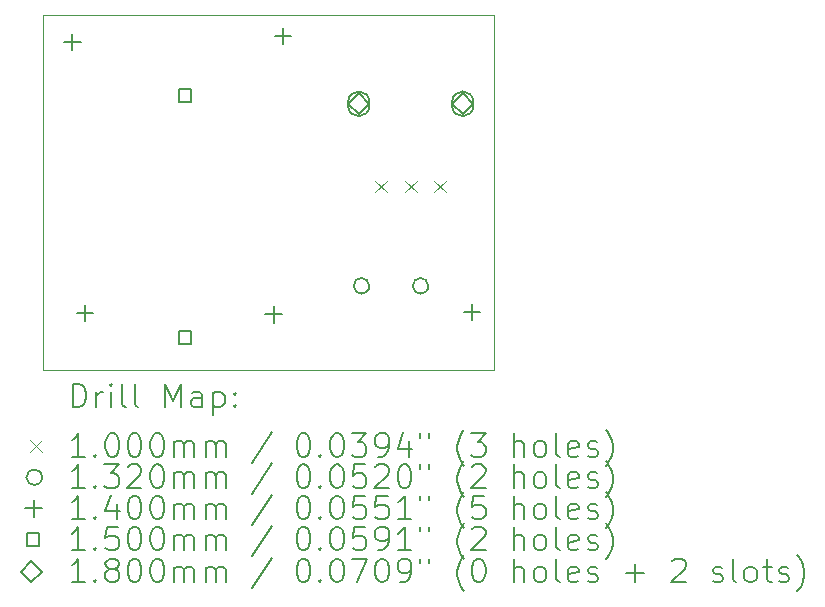
<source format=gbr>
%TF.GenerationSoftware,KiCad,Pcbnew,7.0.7+dfsg-1*%
%TF.CreationDate,2024-02-18T13:38:53+01:00*%
%TF.ProjectId,test23,74657374-3233-42e6-9b69-6361645f7063,rev?*%
%TF.SameCoordinates,Original*%
%TF.FileFunction,Drillmap*%
%TF.FilePolarity,Positive*%
%FSLAX45Y45*%
G04 Gerber Fmt 4.5, Leading zero omitted, Abs format (unit mm)*
G04 Created by KiCad (PCBNEW 7.0.7+dfsg-1) date 2024-02-18 13:38:53*
%MOMM*%
%LPD*%
G01*
G04 APERTURE LIST*
%ADD10C,0.100000*%
%ADD11C,0.200000*%
%ADD12C,0.132000*%
%ADD13C,0.140000*%
%ADD14C,0.150000*%
%ADD15C,0.180000*%
G04 APERTURE END LIST*
D10*
X13545000Y-5065000D02*
X17368000Y-5065000D01*
X17368000Y-8073000D01*
X13545000Y-8073000D01*
X13545000Y-5065000D01*
D11*
D10*
X16362000Y-6470000D02*
X16462000Y-6570000D01*
X16462000Y-6470000D02*
X16362000Y-6570000D01*
X16612000Y-6470000D02*
X16712000Y-6570000D01*
X16712000Y-6470000D02*
X16612000Y-6570000D01*
X16862000Y-6470000D02*
X16962000Y-6570000D01*
X16962000Y-6470000D02*
X16862000Y-6570000D01*
D12*
X16311000Y-7361000D02*
G75*
G03*
X16311000Y-7361000I-66000J0D01*
G01*
X16811000Y-7361000D02*
G75*
G03*
X16811000Y-7361000I-66000J0D01*
G01*
D13*
X13797000Y-5228000D02*
X13797000Y-5368000D01*
X13727000Y-5298000D02*
X13867000Y-5298000D01*
X13904000Y-7521000D02*
X13904000Y-7661000D01*
X13834000Y-7591000D02*
X13974000Y-7591000D01*
X15502000Y-7532000D02*
X15502000Y-7672000D01*
X15432000Y-7602000D02*
X15572000Y-7602000D01*
X15582000Y-5175000D02*
X15582000Y-5315000D01*
X15512000Y-5245000D02*
X15652000Y-5245000D01*
X17181000Y-7511000D02*
X17181000Y-7651000D01*
X17111000Y-7581000D02*
X17251000Y-7581000D01*
D14*
X14804033Y-5801034D02*
X14804033Y-5694967D01*
X14697966Y-5694967D01*
X14697966Y-5801034D01*
X14804033Y-5801034D01*
X14804033Y-7850034D02*
X14804033Y-7743967D01*
X14697966Y-7743967D01*
X14697966Y-7850034D01*
X14804033Y-7850034D01*
D15*
X16222000Y-5910000D02*
X16312000Y-5820000D01*
X16222000Y-5730000D01*
X16132000Y-5820000D01*
X16222000Y-5910000D01*
D11*
X16312000Y-5835000D02*
X16312000Y-5805000D01*
X16312000Y-5805000D02*
G75*
G03*
X16132000Y-5805000I-90000J0D01*
G01*
X16132000Y-5805000D02*
X16132000Y-5835000D01*
X16132000Y-5835000D02*
G75*
G03*
X16312000Y-5835000I90000J0D01*
G01*
D15*
X17102000Y-5910000D02*
X17192000Y-5820000D01*
X17102000Y-5730000D01*
X17012000Y-5820000D01*
X17102000Y-5910000D01*
D11*
X17192000Y-5835000D02*
X17192000Y-5805000D01*
X17192000Y-5805000D02*
G75*
G03*
X17012000Y-5805000I-90000J0D01*
G01*
X17012000Y-5805000D02*
X17012000Y-5835000D01*
X17012000Y-5835000D02*
G75*
G03*
X17192000Y-5835000I90000J0D01*
G01*
X13800777Y-8389484D02*
X13800777Y-8189484D01*
X13800777Y-8189484D02*
X13848396Y-8189484D01*
X13848396Y-8189484D02*
X13876967Y-8199008D01*
X13876967Y-8199008D02*
X13896015Y-8218055D01*
X13896015Y-8218055D02*
X13905539Y-8237103D01*
X13905539Y-8237103D02*
X13915062Y-8275198D01*
X13915062Y-8275198D02*
X13915062Y-8303769D01*
X13915062Y-8303769D02*
X13905539Y-8341865D01*
X13905539Y-8341865D02*
X13896015Y-8360912D01*
X13896015Y-8360912D02*
X13876967Y-8379960D01*
X13876967Y-8379960D02*
X13848396Y-8389484D01*
X13848396Y-8389484D02*
X13800777Y-8389484D01*
X14000777Y-8389484D02*
X14000777Y-8256150D01*
X14000777Y-8294246D02*
X14010301Y-8275198D01*
X14010301Y-8275198D02*
X14019824Y-8265674D01*
X14019824Y-8265674D02*
X14038872Y-8256150D01*
X14038872Y-8256150D02*
X14057920Y-8256150D01*
X14124586Y-8389484D02*
X14124586Y-8256150D01*
X14124586Y-8189484D02*
X14115062Y-8199008D01*
X14115062Y-8199008D02*
X14124586Y-8208531D01*
X14124586Y-8208531D02*
X14134110Y-8199008D01*
X14134110Y-8199008D02*
X14124586Y-8189484D01*
X14124586Y-8189484D02*
X14124586Y-8208531D01*
X14248396Y-8389484D02*
X14229348Y-8379960D01*
X14229348Y-8379960D02*
X14219824Y-8360912D01*
X14219824Y-8360912D02*
X14219824Y-8189484D01*
X14353158Y-8389484D02*
X14334110Y-8379960D01*
X14334110Y-8379960D02*
X14324586Y-8360912D01*
X14324586Y-8360912D02*
X14324586Y-8189484D01*
X14581729Y-8389484D02*
X14581729Y-8189484D01*
X14581729Y-8189484D02*
X14648396Y-8332341D01*
X14648396Y-8332341D02*
X14715062Y-8189484D01*
X14715062Y-8189484D02*
X14715062Y-8389484D01*
X14896015Y-8389484D02*
X14896015Y-8284722D01*
X14896015Y-8284722D02*
X14886491Y-8265674D01*
X14886491Y-8265674D02*
X14867443Y-8256150D01*
X14867443Y-8256150D02*
X14829348Y-8256150D01*
X14829348Y-8256150D02*
X14810301Y-8265674D01*
X14896015Y-8379960D02*
X14876967Y-8389484D01*
X14876967Y-8389484D02*
X14829348Y-8389484D01*
X14829348Y-8389484D02*
X14810301Y-8379960D01*
X14810301Y-8379960D02*
X14800777Y-8360912D01*
X14800777Y-8360912D02*
X14800777Y-8341865D01*
X14800777Y-8341865D02*
X14810301Y-8322817D01*
X14810301Y-8322817D02*
X14829348Y-8313293D01*
X14829348Y-8313293D02*
X14876967Y-8313293D01*
X14876967Y-8313293D02*
X14896015Y-8303769D01*
X14991253Y-8256150D02*
X14991253Y-8456150D01*
X14991253Y-8265674D02*
X15010301Y-8256150D01*
X15010301Y-8256150D02*
X15048396Y-8256150D01*
X15048396Y-8256150D02*
X15067443Y-8265674D01*
X15067443Y-8265674D02*
X15076967Y-8275198D01*
X15076967Y-8275198D02*
X15086491Y-8294246D01*
X15086491Y-8294246D02*
X15086491Y-8351388D01*
X15086491Y-8351388D02*
X15076967Y-8370436D01*
X15076967Y-8370436D02*
X15067443Y-8379960D01*
X15067443Y-8379960D02*
X15048396Y-8389484D01*
X15048396Y-8389484D02*
X15010301Y-8389484D01*
X15010301Y-8389484D02*
X14991253Y-8379960D01*
X15172205Y-8370436D02*
X15181729Y-8379960D01*
X15181729Y-8379960D02*
X15172205Y-8389484D01*
X15172205Y-8389484D02*
X15162682Y-8379960D01*
X15162682Y-8379960D02*
X15172205Y-8370436D01*
X15172205Y-8370436D02*
X15172205Y-8389484D01*
X15172205Y-8265674D02*
X15181729Y-8275198D01*
X15181729Y-8275198D02*
X15172205Y-8284722D01*
X15172205Y-8284722D02*
X15162682Y-8275198D01*
X15162682Y-8275198D02*
X15172205Y-8265674D01*
X15172205Y-8265674D02*
X15172205Y-8284722D01*
D10*
X13440000Y-8668000D02*
X13540000Y-8768000D01*
X13540000Y-8668000D02*
X13440000Y-8768000D01*
D11*
X13905539Y-8809484D02*
X13791253Y-8809484D01*
X13848396Y-8809484D02*
X13848396Y-8609484D01*
X13848396Y-8609484D02*
X13829348Y-8638055D01*
X13829348Y-8638055D02*
X13810301Y-8657103D01*
X13810301Y-8657103D02*
X13791253Y-8666627D01*
X13991253Y-8790436D02*
X14000777Y-8799960D01*
X14000777Y-8799960D02*
X13991253Y-8809484D01*
X13991253Y-8809484D02*
X13981729Y-8799960D01*
X13981729Y-8799960D02*
X13991253Y-8790436D01*
X13991253Y-8790436D02*
X13991253Y-8809484D01*
X14124586Y-8609484D02*
X14143634Y-8609484D01*
X14143634Y-8609484D02*
X14162682Y-8619008D01*
X14162682Y-8619008D02*
X14172205Y-8628531D01*
X14172205Y-8628531D02*
X14181729Y-8647579D01*
X14181729Y-8647579D02*
X14191253Y-8685674D01*
X14191253Y-8685674D02*
X14191253Y-8733293D01*
X14191253Y-8733293D02*
X14181729Y-8771389D01*
X14181729Y-8771389D02*
X14172205Y-8790436D01*
X14172205Y-8790436D02*
X14162682Y-8799960D01*
X14162682Y-8799960D02*
X14143634Y-8809484D01*
X14143634Y-8809484D02*
X14124586Y-8809484D01*
X14124586Y-8809484D02*
X14105539Y-8799960D01*
X14105539Y-8799960D02*
X14096015Y-8790436D01*
X14096015Y-8790436D02*
X14086491Y-8771389D01*
X14086491Y-8771389D02*
X14076967Y-8733293D01*
X14076967Y-8733293D02*
X14076967Y-8685674D01*
X14076967Y-8685674D02*
X14086491Y-8647579D01*
X14086491Y-8647579D02*
X14096015Y-8628531D01*
X14096015Y-8628531D02*
X14105539Y-8619008D01*
X14105539Y-8619008D02*
X14124586Y-8609484D01*
X14315062Y-8609484D02*
X14334110Y-8609484D01*
X14334110Y-8609484D02*
X14353158Y-8619008D01*
X14353158Y-8619008D02*
X14362682Y-8628531D01*
X14362682Y-8628531D02*
X14372205Y-8647579D01*
X14372205Y-8647579D02*
X14381729Y-8685674D01*
X14381729Y-8685674D02*
X14381729Y-8733293D01*
X14381729Y-8733293D02*
X14372205Y-8771389D01*
X14372205Y-8771389D02*
X14362682Y-8790436D01*
X14362682Y-8790436D02*
X14353158Y-8799960D01*
X14353158Y-8799960D02*
X14334110Y-8809484D01*
X14334110Y-8809484D02*
X14315062Y-8809484D01*
X14315062Y-8809484D02*
X14296015Y-8799960D01*
X14296015Y-8799960D02*
X14286491Y-8790436D01*
X14286491Y-8790436D02*
X14276967Y-8771389D01*
X14276967Y-8771389D02*
X14267443Y-8733293D01*
X14267443Y-8733293D02*
X14267443Y-8685674D01*
X14267443Y-8685674D02*
X14276967Y-8647579D01*
X14276967Y-8647579D02*
X14286491Y-8628531D01*
X14286491Y-8628531D02*
X14296015Y-8619008D01*
X14296015Y-8619008D02*
X14315062Y-8609484D01*
X14505539Y-8609484D02*
X14524586Y-8609484D01*
X14524586Y-8609484D02*
X14543634Y-8619008D01*
X14543634Y-8619008D02*
X14553158Y-8628531D01*
X14553158Y-8628531D02*
X14562682Y-8647579D01*
X14562682Y-8647579D02*
X14572205Y-8685674D01*
X14572205Y-8685674D02*
X14572205Y-8733293D01*
X14572205Y-8733293D02*
X14562682Y-8771389D01*
X14562682Y-8771389D02*
X14553158Y-8790436D01*
X14553158Y-8790436D02*
X14543634Y-8799960D01*
X14543634Y-8799960D02*
X14524586Y-8809484D01*
X14524586Y-8809484D02*
X14505539Y-8809484D01*
X14505539Y-8809484D02*
X14486491Y-8799960D01*
X14486491Y-8799960D02*
X14476967Y-8790436D01*
X14476967Y-8790436D02*
X14467443Y-8771389D01*
X14467443Y-8771389D02*
X14457920Y-8733293D01*
X14457920Y-8733293D02*
X14457920Y-8685674D01*
X14457920Y-8685674D02*
X14467443Y-8647579D01*
X14467443Y-8647579D02*
X14476967Y-8628531D01*
X14476967Y-8628531D02*
X14486491Y-8619008D01*
X14486491Y-8619008D02*
X14505539Y-8609484D01*
X14657920Y-8809484D02*
X14657920Y-8676150D01*
X14657920Y-8695198D02*
X14667443Y-8685674D01*
X14667443Y-8685674D02*
X14686491Y-8676150D01*
X14686491Y-8676150D02*
X14715063Y-8676150D01*
X14715063Y-8676150D02*
X14734110Y-8685674D01*
X14734110Y-8685674D02*
X14743634Y-8704722D01*
X14743634Y-8704722D02*
X14743634Y-8809484D01*
X14743634Y-8704722D02*
X14753158Y-8685674D01*
X14753158Y-8685674D02*
X14772205Y-8676150D01*
X14772205Y-8676150D02*
X14800777Y-8676150D01*
X14800777Y-8676150D02*
X14819824Y-8685674D01*
X14819824Y-8685674D02*
X14829348Y-8704722D01*
X14829348Y-8704722D02*
X14829348Y-8809484D01*
X14924586Y-8809484D02*
X14924586Y-8676150D01*
X14924586Y-8695198D02*
X14934110Y-8685674D01*
X14934110Y-8685674D02*
X14953158Y-8676150D01*
X14953158Y-8676150D02*
X14981729Y-8676150D01*
X14981729Y-8676150D02*
X15000777Y-8685674D01*
X15000777Y-8685674D02*
X15010301Y-8704722D01*
X15010301Y-8704722D02*
X15010301Y-8809484D01*
X15010301Y-8704722D02*
X15019824Y-8685674D01*
X15019824Y-8685674D02*
X15038872Y-8676150D01*
X15038872Y-8676150D02*
X15067443Y-8676150D01*
X15067443Y-8676150D02*
X15086491Y-8685674D01*
X15086491Y-8685674D02*
X15096015Y-8704722D01*
X15096015Y-8704722D02*
X15096015Y-8809484D01*
X15486491Y-8599960D02*
X15315063Y-8857103D01*
X15743634Y-8609484D02*
X15762682Y-8609484D01*
X15762682Y-8609484D02*
X15781729Y-8619008D01*
X15781729Y-8619008D02*
X15791253Y-8628531D01*
X15791253Y-8628531D02*
X15800777Y-8647579D01*
X15800777Y-8647579D02*
X15810301Y-8685674D01*
X15810301Y-8685674D02*
X15810301Y-8733293D01*
X15810301Y-8733293D02*
X15800777Y-8771389D01*
X15800777Y-8771389D02*
X15791253Y-8790436D01*
X15791253Y-8790436D02*
X15781729Y-8799960D01*
X15781729Y-8799960D02*
X15762682Y-8809484D01*
X15762682Y-8809484D02*
X15743634Y-8809484D01*
X15743634Y-8809484D02*
X15724586Y-8799960D01*
X15724586Y-8799960D02*
X15715063Y-8790436D01*
X15715063Y-8790436D02*
X15705539Y-8771389D01*
X15705539Y-8771389D02*
X15696015Y-8733293D01*
X15696015Y-8733293D02*
X15696015Y-8685674D01*
X15696015Y-8685674D02*
X15705539Y-8647579D01*
X15705539Y-8647579D02*
X15715063Y-8628531D01*
X15715063Y-8628531D02*
X15724586Y-8619008D01*
X15724586Y-8619008D02*
X15743634Y-8609484D01*
X15896015Y-8790436D02*
X15905539Y-8799960D01*
X15905539Y-8799960D02*
X15896015Y-8809484D01*
X15896015Y-8809484D02*
X15886491Y-8799960D01*
X15886491Y-8799960D02*
X15896015Y-8790436D01*
X15896015Y-8790436D02*
X15896015Y-8809484D01*
X16029348Y-8609484D02*
X16048396Y-8609484D01*
X16048396Y-8609484D02*
X16067444Y-8619008D01*
X16067444Y-8619008D02*
X16076967Y-8628531D01*
X16076967Y-8628531D02*
X16086491Y-8647579D01*
X16086491Y-8647579D02*
X16096015Y-8685674D01*
X16096015Y-8685674D02*
X16096015Y-8733293D01*
X16096015Y-8733293D02*
X16086491Y-8771389D01*
X16086491Y-8771389D02*
X16076967Y-8790436D01*
X16076967Y-8790436D02*
X16067444Y-8799960D01*
X16067444Y-8799960D02*
X16048396Y-8809484D01*
X16048396Y-8809484D02*
X16029348Y-8809484D01*
X16029348Y-8809484D02*
X16010301Y-8799960D01*
X16010301Y-8799960D02*
X16000777Y-8790436D01*
X16000777Y-8790436D02*
X15991253Y-8771389D01*
X15991253Y-8771389D02*
X15981729Y-8733293D01*
X15981729Y-8733293D02*
X15981729Y-8685674D01*
X15981729Y-8685674D02*
X15991253Y-8647579D01*
X15991253Y-8647579D02*
X16000777Y-8628531D01*
X16000777Y-8628531D02*
X16010301Y-8619008D01*
X16010301Y-8619008D02*
X16029348Y-8609484D01*
X16162682Y-8609484D02*
X16286491Y-8609484D01*
X16286491Y-8609484D02*
X16219825Y-8685674D01*
X16219825Y-8685674D02*
X16248396Y-8685674D01*
X16248396Y-8685674D02*
X16267444Y-8695198D01*
X16267444Y-8695198D02*
X16276967Y-8704722D01*
X16276967Y-8704722D02*
X16286491Y-8723770D01*
X16286491Y-8723770D02*
X16286491Y-8771389D01*
X16286491Y-8771389D02*
X16276967Y-8790436D01*
X16276967Y-8790436D02*
X16267444Y-8799960D01*
X16267444Y-8799960D02*
X16248396Y-8809484D01*
X16248396Y-8809484D02*
X16191253Y-8809484D01*
X16191253Y-8809484D02*
X16172206Y-8799960D01*
X16172206Y-8799960D02*
X16162682Y-8790436D01*
X16381729Y-8809484D02*
X16419825Y-8809484D01*
X16419825Y-8809484D02*
X16438872Y-8799960D01*
X16438872Y-8799960D02*
X16448396Y-8790436D01*
X16448396Y-8790436D02*
X16467444Y-8761865D01*
X16467444Y-8761865D02*
X16476967Y-8723770D01*
X16476967Y-8723770D02*
X16476967Y-8647579D01*
X16476967Y-8647579D02*
X16467444Y-8628531D01*
X16467444Y-8628531D02*
X16457920Y-8619008D01*
X16457920Y-8619008D02*
X16438872Y-8609484D01*
X16438872Y-8609484D02*
X16400777Y-8609484D01*
X16400777Y-8609484D02*
X16381729Y-8619008D01*
X16381729Y-8619008D02*
X16372206Y-8628531D01*
X16372206Y-8628531D02*
X16362682Y-8647579D01*
X16362682Y-8647579D02*
X16362682Y-8695198D01*
X16362682Y-8695198D02*
X16372206Y-8714246D01*
X16372206Y-8714246D02*
X16381729Y-8723770D01*
X16381729Y-8723770D02*
X16400777Y-8733293D01*
X16400777Y-8733293D02*
X16438872Y-8733293D01*
X16438872Y-8733293D02*
X16457920Y-8723770D01*
X16457920Y-8723770D02*
X16467444Y-8714246D01*
X16467444Y-8714246D02*
X16476967Y-8695198D01*
X16648396Y-8676150D02*
X16648396Y-8809484D01*
X16600777Y-8599960D02*
X16553158Y-8742817D01*
X16553158Y-8742817D02*
X16676967Y-8742817D01*
X16743634Y-8609484D02*
X16743634Y-8647579D01*
X16819825Y-8609484D02*
X16819825Y-8647579D01*
X17115063Y-8885674D02*
X17105539Y-8876150D01*
X17105539Y-8876150D02*
X17086491Y-8847579D01*
X17086491Y-8847579D02*
X17076968Y-8828531D01*
X17076968Y-8828531D02*
X17067444Y-8799960D01*
X17067444Y-8799960D02*
X17057920Y-8752341D01*
X17057920Y-8752341D02*
X17057920Y-8714246D01*
X17057920Y-8714246D02*
X17067444Y-8666627D01*
X17067444Y-8666627D02*
X17076968Y-8638055D01*
X17076968Y-8638055D02*
X17086491Y-8619008D01*
X17086491Y-8619008D02*
X17105539Y-8590436D01*
X17105539Y-8590436D02*
X17115063Y-8580912D01*
X17172206Y-8609484D02*
X17296015Y-8609484D01*
X17296015Y-8609484D02*
X17229349Y-8685674D01*
X17229349Y-8685674D02*
X17257920Y-8685674D01*
X17257920Y-8685674D02*
X17276968Y-8695198D01*
X17276968Y-8695198D02*
X17286491Y-8704722D01*
X17286491Y-8704722D02*
X17296015Y-8723770D01*
X17296015Y-8723770D02*
X17296015Y-8771389D01*
X17296015Y-8771389D02*
X17286491Y-8790436D01*
X17286491Y-8790436D02*
X17276968Y-8799960D01*
X17276968Y-8799960D02*
X17257920Y-8809484D01*
X17257920Y-8809484D02*
X17200777Y-8809484D01*
X17200777Y-8809484D02*
X17181730Y-8799960D01*
X17181730Y-8799960D02*
X17172206Y-8790436D01*
X17534111Y-8809484D02*
X17534111Y-8609484D01*
X17619825Y-8809484D02*
X17619825Y-8704722D01*
X17619825Y-8704722D02*
X17610301Y-8685674D01*
X17610301Y-8685674D02*
X17591253Y-8676150D01*
X17591253Y-8676150D02*
X17562682Y-8676150D01*
X17562682Y-8676150D02*
X17543634Y-8685674D01*
X17543634Y-8685674D02*
X17534111Y-8695198D01*
X17743634Y-8809484D02*
X17724587Y-8799960D01*
X17724587Y-8799960D02*
X17715063Y-8790436D01*
X17715063Y-8790436D02*
X17705539Y-8771389D01*
X17705539Y-8771389D02*
X17705539Y-8714246D01*
X17705539Y-8714246D02*
X17715063Y-8695198D01*
X17715063Y-8695198D02*
X17724587Y-8685674D01*
X17724587Y-8685674D02*
X17743634Y-8676150D01*
X17743634Y-8676150D02*
X17772206Y-8676150D01*
X17772206Y-8676150D02*
X17791253Y-8685674D01*
X17791253Y-8685674D02*
X17800777Y-8695198D01*
X17800777Y-8695198D02*
X17810301Y-8714246D01*
X17810301Y-8714246D02*
X17810301Y-8771389D01*
X17810301Y-8771389D02*
X17800777Y-8790436D01*
X17800777Y-8790436D02*
X17791253Y-8799960D01*
X17791253Y-8799960D02*
X17772206Y-8809484D01*
X17772206Y-8809484D02*
X17743634Y-8809484D01*
X17924587Y-8809484D02*
X17905539Y-8799960D01*
X17905539Y-8799960D02*
X17896015Y-8780912D01*
X17896015Y-8780912D02*
X17896015Y-8609484D01*
X18076968Y-8799960D02*
X18057920Y-8809484D01*
X18057920Y-8809484D02*
X18019825Y-8809484D01*
X18019825Y-8809484D02*
X18000777Y-8799960D01*
X18000777Y-8799960D02*
X17991253Y-8780912D01*
X17991253Y-8780912D02*
X17991253Y-8704722D01*
X17991253Y-8704722D02*
X18000777Y-8685674D01*
X18000777Y-8685674D02*
X18019825Y-8676150D01*
X18019825Y-8676150D02*
X18057920Y-8676150D01*
X18057920Y-8676150D02*
X18076968Y-8685674D01*
X18076968Y-8685674D02*
X18086492Y-8704722D01*
X18086492Y-8704722D02*
X18086492Y-8723770D01*
X18086492Y-8723770D02*
X17991253Y-8742817D01*
X18162682Y-8799960D02*
X18181730Y-8809484D01*
X18181730Y-8809484D02*
X18219825Y-8809484D01*
X18219825Y-8809484D02*
X18238873Y-8799960D01*
X18238873Y-8799960D02*
X18248396Y-8780912D01*
X18248396Y-8780912D02*
X18248396Y-8771389D01*
X18248396Y-8771389D02*
X18238873Y-8752341D01*
X18238873Y-8752341D02*
X18219825Y-8742817D01*
X18219825Y-8742817D02*
X18191253Y-8742817D01*
X18191253Y-8742817D02*
X18172206Y-8733293D01*
X18172206Y-8733293D02*
X18162682Y-8714246D01*
X18162682Y-8714246D02*
X18162682Y-8704722D01*
X18162682Y-8704722D02*
X18172206Y-8685674D01*
X18172206Y-8685674D02*
X18191253Y-8676150D01*
X18191253Y-8676150D02*
X18219825Y-8676150D01*
X18219825Y-8676150D02*
X18238873Y-8685674D01*
X18315063Y-8885674D02*
X18324587Y-8876150D01*
X18324587Y-8876150D02*
X18343634Y-8847579D01*
X18343634Y-8847579D02*
X18353158Y-8828531D01*
X18353158Y-8828531D02*
X18362682Y-8799960D01*
X18362682Y-8799960D02*
X18372206Y-8752341D01*
X18372206Y-8752341D02*
X18372206Y-8714246D01*
X18372206Y-8714246D02*
X18362682Y-8666627D01*
X18362682Y-8666627D02*
X18353158Y-8638055D01*
X18353158Y-8638055D02*
X18343634Y-8619008D01*
X18343634Y-8619008D02*
X18324587Y-8590436D01*
X18324587Y-8590436D02*
X18315063Y-8580912D01*
D12*
X13540000Y-8982000D02*
G75*
G03*
X13540000Y-8982000I-66000J0D01*
G01*
D11*
X13905539Y-9073484D02*
X13791253Y-9073484D01*
X13848396Y-9073484D02*
X13848396Y-8873484D01*
X13848396Y-8873484D02*
X13829348Y-8902055D01*
X13829348Y-8902055D02*
X13810301Y-8921103D01*
X13810301Y-8921103D02*
X13791253Y-8930627D01*
X13991253Y-9054436D02*
X14000777Y-9063960D01*
X14000777Y-9063960D02*
X13991253Y-9073484D01*
X13991253Y-9073484D02*
X13981729Y-9063960D01*
X13981729Y-9063960D02*
X13991253Y-9054436D01*
X13991253Y-9054436D02*
X13991253Y-9073484D01*
X14067443Y-8873484D02*
X14191253Y-8873484D01*
X14191253Y-8873484D02*
X14124586Y-8949674D01*
X14124586Y-8949674D02*
X14153158Y-8949674D01*
X14153158Y-8949674D02*
X14172205Y-8959198D01*
X14172205Y-8959198D02*
X14181729Y-8968722D01*
X14181729Y-8968722D02*
X14191253Y-8987770D01*
X14191253Y-8987770D02*
X14191253Y-9035389D01*
X14191253Y-9035389D02*
X14181729Y-9054436D01*
X14181729Y-9054436D02*
X14172205Y-9063960D01*
X14172205Y-9063960D02*
X14153158Y-9073484D01*
X14153158Y-9073484D02*
X14096015Y-9073484D01*
X14096015Y-9073484D02*
X14076967Y-9063960D01*
X14076967Y-9063960D02*
X14067443Y-9054436D01*
X14267443Y-8892531D02*
X14276967Y-8883008D01*
X14276967Y-8883008D02*
X14296015Y-8873484D01*
X14296015Y-8873484D02*
X14343634Y-8873484D01*
X14343634Y-8873484D02*
X14362682Y-8883008D01*
X14362682Y-8883008D02*
X14372205Y-8892531D01*
X14372205Y-8892531D02*
X14381729Y-8911579D01*
X14381729Y-8911579D02*
X14381729Y-8930627D01*
X14381729Y-8930627D02*
X14372205Y-8959198D01*
X14372205Y-8959198D02*
X14257920Y-9073484D01*
X14257920Y-9073484D02*
X14381729Y-9073484D01*
X14505539Y-8873484D02*
X14524586Y-8873484D01*
X14524586Y-8873484D02*
X14543634Y-8883008D01*
X14543634Y-8883008D02*
X14553158Y-8892531D01*
X14553158Y-8892531D02*
X14562682Y-8911579D01*
X14562682Y-8911579D02*
X14572205Y-8949674D01*
X14572205Y-8949674D02*
X14572205Y-8997293D01*
X14572205Y-8997293D02*
X14562682Y-9035389D01*
X14562682Y-9035389D02*
X14553158Y-9054436D01*
X14553158Y-9054436D02*
X14543634Y-9063960D01*
X14543634Y-9063960D02*
X14524586Y-9073484D01*
X14524586Y-9073484D02*
X14505539Y-9073484D01*
X14505539Y-9073484D02*
X14486491Y-9063960D01*
X14486491Y-9063960D02*
X14476967Y-9054436D01*
X14476967Y-9054436D02*
X14467443Y-9035389D01*
X14467443Y-9035389D02*
X14457920Y-8997293D01*
X14457920Y-8997293D02*
X14457920Y-8949674D01*
X14457920Y-8949674D02*
X14467443Y-8911579D01*
X14467443Y-8911579D02*
X14476967Y-8892531D01*
X14476967Y-8892531D02*
X14486491Y-8883008D01*
X14486491Y-8883008D02*
X14505539Y-8873484D01*
X14657920Y-9073484D02*
X14657920Y-8940150D01*
X14657920Y-8959198D02*
X14667443Y-8949674D01*
X14667443Y-8949674D02*
X14686491Y-8940150D01*
X14686491Y-8940150D02*
X14715063Y-8940150D01*
X14715063Y-8940150D02*
X14734110Y-8949674D01*
X14734110Y-8949674D02*
X14743634Y-8968722D01*
X14743634Y-8968722D02*
X14743634Y-9073484D01*
X14743634Y-8968722D02*
X14753158Y-8949674D01*
X14753158Y-8949674D02*
X14772205Y-8940150D01*
X14772205Y-8940150D02*
X14800777Y-8940150D01*
X14800777Y-8940150D02*
X14819824Y-8949674D01*
X14819824Y-8949674D02*
X14829348Y-8968722D01*
X14829348Y-8968722D02*
X14829348Y-9073484D01*
X14924586Y-9073484D02*
X14924586Y-8940150D01*
X14924586Y-8959198D02*
X14934110Y-8949674D01*
X14934110Y-8949674D02*
X14953158Y-8940150D01*
X14953158Y-8940150D02*
X14981729Y-8940150D01*
X14981729Y-8940150D02*
X15000777Y-8949674D01*
X15000777Y-8949674D02*
X15010301Y-8968722D01*
X15010301Y-8968722D02*
X15010301Y-9073484D01*
X15010301Y-8968722D02*
X15019824Y-8949674D01*
X15019824Y-8949674D02*
X15038872Y-8940150D01*
X15038872Y-8940150D02*
X15067443Y-8940150D01*
X15067443Y-8940150D02*
X15086491Y-8949674D01*
X15086491Y-8949674D02*
X15096015Y-8968722D01*
X15096015Y-8968722D02*
X15096015Y-9073484D01*
X15486491Y-8863960D02*
X15315063Y-9121103D01*
X15743634Y-8873484D02*
X15762682Y-8873484D01*
X15762682Y-8873484D02*
X15781729Y-8883008D01*
X15781729Y-8883008D02*
X15791253Y-8892531D01*
X15791253Y-8892531D02*
X15800777Y-8911579D01*
X15800777Y-8911579D02*
X15810301Y-8949674D01*
X15810301Y-8949674D02*
X15810301Y-8997293D01*
X15810301Y-8997293D02*
X15800777Y-9035389D01*
X15800777Y-9035389D02*
X15791253Y-9054436D01*
X15791253Y-9054436D02*
X15781729Y-9063960D01*
X15781729Y-9063960D02*
X15762682Y-9073484D01*
X15762682Y-9073484D02*
X15743634Y-9073484D01*
X15743634Y-9073484D02*
X15724586Y-9063960D01*
X15724586Y-9063960D02*
X15715063Y-9054436D01*
X15715063Y-9054436D02*
X15705539Y-9035389D01*
X15705539Y-9035389D02*
X15696015Y-8997293D01*
X15696015Y-8997293D02*
X15696015Y-8949674D01*
X15696015Y-8949674D02*
X15705539Y-8911579D01*
X15705539Y-8911579D02*
X15715063Y-8892531D01*
X15715063Y-8892531D02*
X15724586Y-8883008D01*
X15724586Y-8883008D02*
X15743634Y-8873484D01*
X15896015Y-9054436D02*
X15905539Y-9063960D01*
X15905539Y-9063960D02*
X15896015Y-9073484D01*
X15896015Y-9073484D02*
X15886491Y-9063960D01*
X15886491Y-9063960D02*
X15896015Y-9054436D01*
X15896015Y-9054436D02*
X15896015Y-9073484D01*
X16029348Y-8873484D02*
X16048396Y-8873484D01*
X16048396Y-8873484D02*
X16067444Y-8883008D01*
X16067444Y-8883008D02*
X16076967Y-8892531D01*
X16076967Y-8892531D02*
X16086491Y-8911579D01*
X16086491Y-8911579D02*
X16096015Y-8949674D01*
X16096015Y-8949674D02*
X16096015Y-8997293D01*
X16096015Y-8997293D02*
X16086491Y-9035389D01*
X16086491Y-9035389D02*
X16076967Y-9054436D01*
X16076967Y-9054436D02*
X16067444Y-9063960D01*
X16067444Y-9063960D02*
X16048396Y-9073484D01*
X16048396Y-9073484D02*
X16029348Y-9073484D01*
X16029348Y-9073484D02*
X16010301Y-9063960D01*
X16010301Y-9063960D02*
X16000777Y-9054436D01*
X16000777Y-9054436D02*
X15991253Y-9035389D01*
X15991253Y-9035389D02*
X15981729Y-8997293D01*
X15981729Y-8997293D02*
X15981729Y-8949674D01*
X15981729Y-8949674D02*
X15991253Y-8911579D01*
X15991253Y-8911579D02*
X16000777Y-8892531D01*
X16000777Y-8892531D02*
X16010301Y-8883008D01*
X16010301Y-8883008D02*
X16029348Y-8873484D01*
X16276967Y-8873484D02*
X16181729Y-8873484D01*
X16181729Y-8873484D02*
X16172206Y-8968722D01*
X16172206Y-8968722D02*
X16181729Y-8959198D01*
X16181729Y-8959198D02*
X16200777Y-8949674D01*
X16200777Y-8949674D02*
X16248396Y-8949674D01*
X16248396Y-8949674D02*
X16267444Y-8959198D01*
X16267444Y-8959198D02*
X16276967Y-8968722D01*
X16276967Y-8968722D02*
X16286491Y-8987770D01*
X16286491Y-8987770D02*
X16286491Y-9035389D01*
X16286491Y-9035389D02*
X16276967Y-9054436D01*
X16276967Y-9054436D02*
X16267444Y-9063960D01*
X16267444Y-9063960D02*
X16248396Y-9073484D01*
X16248396Y-9073484D02*
X16200777Y-9073484D01*
X16200777Y-9073484D02*
X16181729Y-9063960D01*
X16181729Y-9063960D02*
X16172206Y-9054436D01*
X16362682Y-8892531D02*
X16372206Y-8883008D01*
X16372206Y-8883008D02*
X16391253Y-8873484D01*
X16391253Y-8873484D02*
X16438872Y-8873484D01*
X16438872Y-8873484D02*
X16457920Y-8883008D01*
X16457920Y-8883008D02*
X16467444Y-8892531D01*
X16467444Y-8892531D02*
X16476967Y-8911579D01*
X16476967Y-8911579D02*
X16476967Y-8930627D01*
X16476967Y-8930627D02*
X16467444Y-8959198D01*
X16467444Y-8959198D02*
X16353158Y-9073484D01*
X16353158Y-9073484D02*
X16476967Y-9073484D01*
X16600777Y-8873484D02*
X16619825Y-8873484D01*
X16619825Y-8873484D02*
X16638872Y-8883008D01*
X16638872Y-8883008D02*
X16648396Y-8892531D01*
X16648396Y-8892531D02*
X16657920Y-8911579D01*
X16657920Y-8911579D02*
X16667444Y-8949674D01*
X16667444Y-8949674D02*
X16667444Y-8997293D01*
X16667444Y-8997293D02*
X16657920Y-9035389D01*
X16657920Y-9035389D02*
X16648396Y-9054436D01*
X16648396Y-9054436D02*
X16638872Y-9063960D01*
X16638872Y-9063960D02*
X16619825Y-9073484D01*
X16619825Y-9073484D02*
X16600777Y-9073484D01*
X16600777Y-9073484D02*
X16581729Y-9063960D01*
X16581729Y-9063960D02*
X16572206Y-9054436D01*
X16572206Y-9054436D02*
X16562682Y-9035389D01*
X16562682Y-9035389D02*
X16553158Y-8997293D01*
X16553158Y-8997293D02*
X16553158Y-8949674D01*
X16553158Y-8949674D02*
X16562682Y-8911579D01*
X16562682Y-8911579D02*
X16572206Y-8892531D01*
X16572206Y-8892531D02*
X16581729Y-8883008D01*
X16581729Y-8883008D02*
X16600777Y-8873484D01*
X16743634Y-8873484D02*
X16743634Y-8911579D01*
X16819825Y-8873484D02*
X16819825Y-8911579D01*
X17115063Y-9149674D02*
X17105539Y-9140150D01*
X17105539Y-9140150D02*
X17086491Y-9111579D01*
X17086491Y-9111579D02*
X17076968Y-9092531D01*
X17076968Y-9092531D02*
X17067444Y-9063960D01*
X17067444Y-9063960D02*
X17057920Y-9016341D01*
X17057920Y-9016341D02*
X17057920Y-8978246D01*
X17057920Y-8978246D02*
X17067444Y-8930627D01*
X17067444Y-8930627D02*
X17076968Y-8902055D01*
X17076968Y-8902055D02*
X17086491Y-8883008D01*
X17086491Y-8883008D02*
X17105539Y-8854436D01*
X17105539Y-8854436D02*
X17115063Y-8844912D01*
X17181730Y-8892531D02*
X17191253Y-8883008D01*
X17191253Y-8883008D02*
X17210301Y-8873484D01*
X17210301Y-8873484D02*
X17257920Y-8873484D01*
X17257920Y-8873484D02*
X17276968Y-8883008D01*
X17276968Y-8883008D02*
X17286491Y-8892531D01*
X17286491Y-8892531D02*
X17296015Y-8911579D01*
X17296015Y-8911579D02*
X17296015Y-8930627D01*
X17296015Y-8930627D02*
X17286491Y-8959198D01*
X17286491Y-8959198D02*
X17172206Y-9073484D01*
X17172206Y-9073484D02*
X17296015Y-9073484D01*
X17534111Y-9073484D02*
X17534111Y-8873484D01*
X17619825Y-9073484D02*
X17619825Y-8968722D01*
X17619825Y-8968722D02*
X17610301Y-8949674D01*
X17610301Y-8949674D02*
X17591253Y-8940150D01*
X17591253Y-8940150D02*
X17562682Y-8940150D01*
X17562682Y-8940150D02*
X17543634Y-8949674D01*
X17543634Y-8949674D02*
X17534111Y-8959198D01*
X17743634Y-9073484D02*
X17724587Y-9063960D01*
X17724587Y-9063960D02*
X17715063Y-9054436D01*
X17715063Y-9054436D02*
X17705539Y-9035389D01*
X17705539Y-9035389D02*
X17705539Y-8978246D01*
X17705539Y-8978246D02*
X17715063Y-8959198D01*
X17715063Y-8959198D02*
X17724587Y-8949674D01*
X17724587Y-8949674D02*
X17743634Y-8940150D01*
X17743634Y-8940150D02*
X17772206Y-8940150D01*
X17772206Y-8940150D02*
X17791253Y-8949674D01*
X17791253Y-8949674D02*
X17800777Y-8959198D01*
X17800777Y-8959198D02*
X17810301Y-8978246D01*
X17810301Y-8978246D02*
X17810301Y-9035389D01*
X17810301Y-9035389D02*
X17800777Y-9054436D01*
X17800777Y-9054436D02*
X17791253Y-9063960D01*
X17791253Y-9063960D02*
X17772206Y-9073484D01*
X17772206Y-9073484D02*
X17743634Y-9073484D01*
X17924587Y-9073484D02*
X17905539Y-9063960D01*
X17905539Y-9063960D02*
X17896015Y-9044912D01*
X17896015Y-9044912D02*
X17896015Y-8873484D01*
X18076968Y-9063960D02*
X18057920Y-9073484D01*
X18057920Y-9073484D02*
X18019825Y-9073484D01*
X18019825Y-9073484D02*
X18000777Y-9063960D01*
X18000777Y-9063960D02*
X17991253Y-9044912D01*
X17991253Y-9044912D02*
X17991253Y-8968722D01*
X17991253Y-8968722D02*
X18000777Y-8949674D01*
X18000777Y-8949674D02*
X18019825Y-8940150D01*
X18019825Y-8940150D02*
X18057920Y-8940150D01*
X18057920Y-8940150D02*
X18076968Y-8949674D01*
X18076968Y-8949674D02*
X18086492Y-8968722D01*
X18086492Y-8968722D02*
X18086492Y-8987770D01*
X18086492Y-8987770D02*
X17991253Y-9006817D01*
X18162682Y-9063960D02*
X18181730Y-9073484D01*
X18181730Y-9073484D02*
X18219825Y-9073484D01*
X18219825Y-9073484D02*
X18238873Y-9063960D01*
X18238873Y-9063960D02*
X18248396Y-9044912D01*
X18248396Y-9044912D02*
X18248396Y-9035389D01*
X18248396Y-9035389D02*
X18238873Y-9016341D01*
X18238873Y-9016341D02*
X18219825Y-9006817D01*
X18219825Y-9006817D02*
X18191253Y-9006817D01*
X18191253Y-9006817D02*
X18172206Y-8997293D01*
X18172206Y-8997293D02*
X18162682Y-8978246D01*
X18162682Y-8978246D02*
X18162682Y-8968722D01*
X18162682Y-8968722D02*
X18172206Y-8949674D01*
X18172206Y-8949674D02*
X18191253Y-8940150D01*
X18191253Y-8940150D02*
X18219825Y-8940150D01*
X18219825Y-8940150D02*
X18238873Y-8949674D01*
X18315063Y-9149674D02*
X18324587Y-9140150D01*
X18324587Y-9140150D02*
X18343634Y-9111579D01*
X18343634Y-9111579D02*
X18353158Y-9092531D01*
X18353158Y-9092531D02*
X18362682Y-9063960D01*
X18362682Y-9063960D02*
X18372206Y-9016341D01*
X18372206Y-9016341D02*
X18372206Y-8978246D01*
X18372206Y-8978246D02*
X18362682Y-8930627D01*
X18362682Y-8930627D02*
X18353158Y-8902055D01*
X18353158Y-8902055D02*
X18343634Y-8883008D01*
X18343634Y-8883008D02*
X18324587Y-8854436D01*
X18324587Y-8854436D02*
X18315063Y-8844912D01*
D13*
X13470000Y-9176000D02*
X13470000Y-9316000D01*
X13400000Y-9246000D02*
X13540000Y-9246000D01*
D11*
X13905539Y-9337484D02*
X13791253Y-9337484D01*
X13848396Y-9337484D02*
X13848396Y-9137484D01*
X13848396Y-9137484D02*
X13829348Y-9166055D01*
X13829348Y-9166055D02*
X13810301Y-9185103D01*
X13810301Y-9185103D02*
X13791253Y-9194627D01*
X13991253Y-9318436D02*
X14000777Y-9327960D01*
X14000777Y-9327960D02*
X13991253Y-9337484D01*
X13991253Y-9337484D02*
X13981729Y-9327960D01*
X13981729Y-9327960D02*
X13991253Y-9318436D01*
X13991253Y-9318436D02*
X13991253Y-9337484D01*
X14172205Y-9204150D02*
X14172205Y-9337484D01*
X14124586Y-9127960D02*
X14076967Y-9270817D01*
X14076967Y-9270817D02*
X14200777Y-9270817D01*
X14315062Y-9137484D02*
X14334110Y-9137484D01*
X14334110Y-9137484D02*
X14353158Y-9147008D01*
X14353158Y-9147008D02*
X14362682Y-9156531D01*
X14362682Y-9156531D02*
X14372205Y-9175579D01*
X14372205Y-9175579D02*
X14381729Y-9213674D01*
X14381729Y-9213674D02*
X14381729Y-9261293D01*
X14381729Y-9261293D02*
X14372205Y-9299389D01*
X14372205Y-9299389D02*
X14362682Y-9318436D01*
X14362682Y-9318436D02*
X14353158Y-9327960D01*
X14353158Y-9327960D02*
X14334110Y-9337484D01*
X14334110Y-9337484D02*
X14315062Y-9337484D01*
X14315062Y-9337484D02*
X14296015Y-9327960D01*
X14296015Y-9327960D02*
X14286491Y-9318436D01*
X14286491Y-9318436D02*
X14276967Y-9299389D01*
X14276967Y-9299389D02*
X14267443Y-9261293D01*
X14267443Y-9261293D02*
X14267443Y-9213674D01*
X14267443Y-9213674D02*
X14276967Y-9175579D01*
X14276967Y-9175579D02*
X14286491Y-9156531D01*
X14286491Y-9156531D02*
X14296015Y-9147008D01*
X14296015Y-9147008D02*
X14315062Y-9137484D01*
X14505539Y-9137484D02*
X14524586Y-9137484D01*
X14524586Y-9137484D02*
X14543634Y-9147008D01*
X14543634Y-9147008D02*
X14553158Y-9156531D01*
X14553158Y-9156531D02*
X14562682Y-9175579D01*
X14562682Y-9175579D02*
X14572205Y-9213674D01*
X14572205Y-9213674D02*
X14572205Y-9261293D01*
X14572205Y-9261293D02*
X14562682Y-9299389D01*
X14562682Y-9299389D02*
X14553158Y-9318436D01*
X14553158Y-9318436D02*
X14543634Y-9327960D01*
X14543634Y-9327960D02*
X14524586Y-9337484D01*
X14524586Y-9337484D02*
X14505539Y-9337484D01*
X14505539Y-9337484D02*
X14486491Y-9327960D01*
X14486491Y-9327960D02*
X14476967Y-9318436D01*
X14476967Y-9318436D02*
X14467443Y-9299389D01*
X14467443Y-9299389D02*
X14457920Y-9261293D01*
X14457920Y-9261293D02*
X14457920Y-9213674D01*
X14457920Y-9213674D02*
X14467443Y-9175579D01*
X14467443Y-9175579D02*
X14476967Y-9156531D01*
X14476967Y-9156531D02*
X14486491Y-9147008D01*
X14486491Y-9147008D02*
X14505539Y-9137484D01*
X14657920Y-9337484D02*
X14657920Y-9204150D01*
X14657920Y-9223198D02*
X14667443Y-9213674D01*
X14667443Y-9213674D02*
X14686491Y-9204150D01*
X14686491Y-9204150D02*
X14715063Y-9204150D01*
X14715063Y-9204150D02*
X14734110Y-9213674D01*
X14734110Y-9213674D02*
X14743634Y-9232722D01*
X14743634Y-9232722D02*
X14743634Y-9337484D01*
X14743634Y-9232722D02*
X14753158Y-9213674D01*
X14753158Y-9213674D02*
X14772205Y-9204150D01*
X14772205Y-9204150D02*
X14800777Y-9204150D01*
X14800777Y-9204150D02*
X14819824Y-9213674D01*
X14819824Y-9213674D02*
X14829348Y-9232722D01*
X14829348Y-9232722D02*
X14829348Y-9337484D01*
X14924586Y-9337484D02*
X14924586Y-9204150D01*
X14924586Y-9223198D02*
X14934110Y-9213674D01*
X14934110Y-9213674D02*
X14953158Y-9204150D01*
X14953158Y-9204150D02*
X14981729Y-9204150D01*
X14981729Y-9204150D02*
X15000777Y-9213674D01*
X15000777Y-9213674D02*
X15010301Y-9232722D01*
X15010301Y-9232722D02*
X15010301Y-9337484D01*
X15010301Y-9232722D02*
X15019824Y-9213674D01*
X15019824Y-9213674D02*
X15038872Y-9204150D01*
X15038872Y-9204150D02*
X15067443Y-9204150D01*
X15067443Y-9204150D02*
X15086491Y-9213674D01*
X15086491Y-9213674D02*
X15096015Y-9232722D01*
X15096015Y-9232722D02*
X15096015Y-9337484D01*
X15486491Y-9127960D02*
X15315063Y-9385103D01*
X15743634Y-9137484D02*
X15762682Y-9137484D01*
X15762682Y-9137484D02*
X15781729Y-9147008D01*
X15781729Y-9147008D02*
X15791253Y-9156531D01*
X15791253Y-9156531D02*
X15800777Y-9175579D01*
X15800777Y-9175579D02*
X15810301Y-9213674D01*
X15810301Y-9213674D02*
X15810301Y-9261293D01*
X15810301Y-9261293D02*
X15800777Y-9299389D01*
X15800777Y-9299389D02*
X15791253Y-9318436D01*
X15791253Y-9318436D02*
X15781729Y-9327960D01*
X15781729Y-9327960D02*
X15762682Y-9337484D01*
X15762682Y-9337484D02*
X15743634Y-9337484D01*
X15743634Y-9337484D02*
X15724586Y-9327960D01*
X15724586Y-9327960D02*
X15715063Y-9318436D01*
X15715063Y-9318436D02*
X15705539Y-9299389D01*
X15705539Y-9299389D02*
X15696015Y-9261293D01*
X15696015Y-9261293D02*
X15696015Y-9213674D01*
X15696015Y-9213674D02*
X15705539Y-9175579D01*
X15705539Y-9175579D02*
X15715063Y-9156531D01*
X15715063Y-9156531D02*
X15724586Y-9147008D01*
X15724586Y-9147008D02*
X15743634Y-9137484D01*
X15896015Y-9318436D02*
X15905539Y-9327960D01*
X15905539Y-9327960D02*
X15896015Y-9337484D01*
X15896015Y-9337484D02*
X15886491Y-9327960D01*
X15886491Y-9327960D02*
X15896015Y-9318436D01*
X15896015Y-9318436D02*
X15896015Y-9337484D01*
X16029348Y-9137484D02*
X16048396Y-9137484D01*
X16048396Y-9137484D02*
X16067444Y-9147008D01*
X16067444Y-9147008D02*
X16076967Y-9156531D01*
X16076967Y-9156531D02*
X16086491Y-9175579D01*
X16086491Y-9175579D02*
X16096015Y-9213674D01*
X16096015Y-9213674D02*
X16096015Y-9261293D01*
X16096015Y-9261293D02*
X16086491Y-9299389D01*
X16086491Y-9299389D02*
X16076967Y-9318436D01*
X16076967Y-9318436D02*
X16067444Y-9327960D01*
X16067444Y-9327960D02*
X16048396Y-9337484D01*
X16048396Y-9337484D02*
X16029348Y-9337484D01*
X16029348Y-9337484D02*
X16010301Y-9327960D01*
X16010301Y-9327960D02*
X16000777Y-9318436D01*
X16000777Y-9318436D02*
X15991253Y-9299389D01*
X15991253Y-9299389D02*
X15981729Y-9261293D01*
X15981729Y-9261293D02*
X15981729Y-9213674D01*
X15981729Y-9213674D02*
X15991253Y-9175579D01*
X15991253Y-9175579D02*
X16000777Y-9156531D01*
X16000777Y-9156531D02*
X16010301Y-9147008D01*
X16010301Y-9147008D02*
X16029348Y-9137484D01*
X16276967Y-9137484D02*
X16181729Y-9137484D01*
X16181729Y-9137484D02*
X16172206Y-9232722D01*
X16172206Y-9232722D02*
X16181729Y-9223198D01*
X16181729Y-9223198D02*
X16200777Y-9213674D01*
X16200777Y-9213674D02*
X16248396Y-9213674D01*
X16248396Y-9213674D02*
X16267444Y-9223198D01*
X16267444Y-9223198D02*
X16276967Y-9232722D01*
X16276967Y-9232722D02*
X16286491Y-9251770D01*
X16286491Y-9251770D02*
X16286491Y-9299389D01*
X16286491Y-9299389D02*
X16276967Y-9318436D01*
X16276967Y-9318436D02*
X16267444Y-9327960D01*
X16267444Y-9327960D02*
X16248396Y-9337484D01*
X16248396Y-9337484D02*
X16200777Y-9337484D01*
X16200777Y-9337484D02*
X16181729Y-9327960D01*
X16181729Y-9327960D02*
X16172206Y-9318436D01*
X16467444Y-9137484D02*
X16372206Y-9137484D01*
X16372206Y-9137484D02*
X16362682Y-9232722D01*
X16362682Y-9232722D02*
X16372206Y-9223198D01*
X16372206Y-9223198D02*
X16391253Y-9213674D01*
X16391253Y-9213674D02*
X16438872Y-9213674D01*
X16438872Y-9213674D02*
X16457920Y-9223198D01*
X16457920Y-9223198D02*
X16467444Y-9232722D01*
X16467444Y-9232722D02*
X16476967Y-9251770D01*
X16476967Y-9251770D02*
X16476967Y-9299389D01*
X16476967Y-9299389D02*
X16467444Y-9318436D01*
X16467444Y-9318436D02*
X16457920Y-9327960D01*
X16457920Y-9327960D02*
X16438872Y-9337484D01*
X16438872Y-9337484D02*
X16391253Y-9337484D01*
X16391253Y-9337484D02*
X16372206Y-9327960D01*
X16372206Y-9327960D02*
X16362682Y-9318436D01*
X16667444Y-9337484D02*
X16553158Y-9337484D01*
X16610301Y-9337484D02*
X16610301Y-9137484D01*
X16610301Y-9137484D02*
X16591253Y-9166055D01*
X16591253Y-9166055D02*
X16572206Y-9185103D01*
X16572206Y-9185103D02*
X16553158Y-9194627D01*
X16743634Y-9137484D02*
X16743634Y-9175579D01*
X16819825Y-9137484D02*
X16819825Y-9175579D01*
X17115063Y-9413674D02*
X17105539Y-9404150D01*
X17105539Y-9404150D02*
X17086491Y-9375579D01*
X17086491Y-9375579D02*
X17076968Y-9356531D01*
X17076968Y-9356531D02*
X17067444Y-9327960D01*
X17067444Y-9327960D02*
X17057920Y-9280341D01*
X17057920Y-9280341D02*
X17057920Y-9242246D01*
X17057920Y-9242246D02*
X17067444Y-9194627D01*
X17067444Y-9194627D02*
X17076968Y-9166055D01*
X17076968Y-9166055D02*
X17086491Y-9147008D01*
X17086491Y-9147008D02*
X17105539Y-9118436D01*
X17105539Y-9118436D02*
X17115063Y-9108912D01*
X17286491Y-9137484D02*
X17191253Y-9137484D01*
X17191253Y-9137484D02*
X17181730Y-9232722D01*
X17181730Y-9232722D02*
X17191253Y-9223198D01*
X17191253Y-9223198D02*
X17210301Y-9213674D01*
X17210301Y-9213674D02*
X17257920Y-9213674D01*
X17257920Y-9213674D02*
X17276968Y-9223198D01*
X17276968Y-9223198D02*
X17286491Y-9232722D01*
X17286491Y-9232722D02*
X17296015Y-9251770D01*
X17296015Y-9251770D02*
X17296015Y-9299389D01*
X17296015Y-9299389D02*
X17286491Y-9318436D01*
X17286491Y-9318436D02*
X17276968Y-9327960D01*
X17276968Y-9327960D02*
X17257920Y-9337484D01*
X17257920Y-9337484D02*
X17210301Y-9337484D01*
X17210301Y-9337484D02*
X17191253Y-9327960D01*
X17191253Y-9327960D02*
X17181730Y-9318436D01*
X17534111Y-9337484D02*
X17534111Y-9137484D01*
X17619825Y-9337484D02*
X17619825Y-9232722D01*
X17619825Y-9232722D02*
X17610301Y-9213674D01*
X17610301Y-9213674D02*
X17591253Y-9204150D01*
X17591253Y-9204150D02*
X17562682Y-9204150D01*
X17562682Y-9204150D02*
X17543634Y-9213674D01*
X17543634Y-9213674D02*
X17534111Y-9223198D01*
X17743634Y-9337484D02*
X17724587Y-9327960D01*
X17724587Y-9327960D02*
X17715063Y-9318436D01*
X17715063Y-9318436D02*
X17705539Y-9299389D01*
X17705539Y-9299389D02*
X17705539Y-9242246D01*
X17705539Y-9242246D02*
X17715063Y-9223198D01*
X17715063Y-9223198D02*
X17724587Y-9213674D01*
X17724587Y-9213674D02*
X17743634Y-9204150D01*
X17743634Y-9204150D02*
X17772206Y-9204150D01*
X17772206Y-9204150D02*
X17791253Y-9213674D01*
X17791253Y-9213674D02*
X17800777Y-9223198D01*
X17800777Y-9223198D02*
X17810301Y-9242246D01*
X17810301Y-9242246D02*
X17810301Y-9299389D01*
X17810301Y-9299389D02*
X17800777Y-9318436D01*
X17800777Y-9318436D02*
X17791253Y-9327960D01*
X17791253Y-9327960D02*
X17772206Y-9337484D01*
X17772206Y-9337484D02*
X17743634Y-9337484D01*
X17924587Y-9337484D02*
X17905539Y-9327960D01*
X17905539Y-9327960D02*
X17896015Y-9308912D01*
X17896015Y-9308912D02*
X17896015Y-9137484D01*
X18076968Y-9327960D02*
X18057920Y-9337484D01*
X18057920Y-9337484D02*
X18019825Y-9337484D01*
X18019825Y-9337484D02*
X18000777Y-9327960D01*
X18000777Y-9327960D02*
X17991253Y-9308912D01*
X17991253Y-9308912D02*
X17991253Y-9232722D01*
X17991253Y-9232722D02*
X18000777Y-9213674D01*
X18000777Y-9213674D02*
X18019825Y-9204150D01*
X18019825Y-9204150D02*
X18057920Y-9204150D01*
X18057920Y-9204150D02*
X18076968Y-9213674D01*
X18076968Y-9213674D02*
X18086492Y-9232722D01*
X18086492Y-9232722D02*
X18086492Y-9251770D01*
X18086492Y-9251770D02*
X17991253Y-9270817D01*
X18162682Y-9327960D02*
X18181730Y-9337484D01*
X18181730Y-9337484D02*
X18219825Y-9337484D01*
X18219825Y-9337484D02*
X18238873Y-9327960D01*
X18238873Y-9327960D02*
X18248396Y-9308912D01*
X18248396Y-9308912D02*
X18248396Y-9299389D01*
X18248396Y-9299389D02*
X18238873Y-9280341D01*
X18238873Y-9280341D02*
X18219825Y-9270817D01*
X18219825Y-9270817D02*
X18191253Y-9270817D01*
X18191253Y-9270817D02*
X18172206Y-9261293D01*
X18172206Y-9261293D02*
X18162682Y-9242246D01*
X18162682Y-9242246D02*
X18162682Y-9232722D01*
X18162682Y-9232722D02*
X18172206Y-9213674D01*
X18172206Y-9213674D02*
X18191253Y-9204150D01*
X18191253Y-9204150D02*
X18219825Y-9204150D01*
X18219825Y-9204150D02*
X18238873Y-9213674D01*
X18315063Y-9413674D02*
X18324587Y-9404150D01*
X18324587Y-9404150D02*
X18343634Y-9375579D01*
X18343634Y-9375579D02*
X18353158Y-9356531D01*
X18353158Y-9356531D02*
X18362682Y-9327960D01*
X18362682Y-9327960D02*
X18372206Y-9280341D01*
X18372206Y-9280341D02*
X18372206Y-9242246D01*
X18372206Y-9242246D02*
X18362682Y-9194627D01*
X18362682Y-9194627D02*
X18353158Y-9166055D01*
X18353158Y-9166055D02*
X18343634Y-9147008D01*
X18343634Y-9147008D02*
X18324587Y-9118436D01*
X18324587Y-9118436D02*
X18315063Y-9108912D01*
D14*
X13518033Y-9563034D02*
X13518033Y-9456967D01*
X13411966Y-9456967D01*
X13411966Y-9563034D01*
X13518033Y-9563034D01*
D11*
X13905539Y-9601484D02*
X13791253Y-9601484D01*
X13848396Y-9601484D02*
X13848396Y-9401484D01*
X13848396Y-9401484D02*
X13829348Y-9430055D01*
X13829348Y-9430055D02*
X13810301Y-9449103D01*
X13810301Y-9449103D02*
X13791253Y-9458627D01*
X13991253Y-9582436D02*
X14000777Y-9591960D01*
X14000777Y-9591960D02*
X13991253Y-9601484D01*
X13991253Y-9601484D02*
X13981729Y-9591960D01*
X13981729Y-9591960D02*
X13991253Y-9582436D01*
X13991253Y-9582436D02*
X13991253Y-9601484D01*
X14181729Y-9401484D02*
X14086491Y-9401484D01*
X14086491Y-9401484D02*
X14076967Y-9496722D01*
X14076967Y-9496722D02*
X14086491Y-9487198D01*
X14086491Y-9487198D02*
X14105539Y-9477674D01*
X14105539Y-9477674D02*
X14153158Y-9477674D01*
X14153158Y-9477674D02*
X14172205Y-9487198D01*
X14172205Y-9487198D02*
X14181729Y-9496722D01*
X14181729Y-9496722D02*
X14191253Y-9515770D01*
X14191253Y-9515770D02*
X14191253Y-9563389D01*
X14191253Y-9563389D02*
X14181729Y-9582436D01*
X14181729Y-9582436D02*
X14172205Y-9591960D01*
X14172205Y-9591960D02*
X14153158Y-9601484D01*
X14153158Y-9601484D02*
X14105539Y-9601484D01*
X14105539Y-9601484D02*
X14086491Y-9591960D01*
X14086491Y-9591960D02*
X14076967Y-9582436D01*
X14315062Y-9401484D02*
X14334110Y-9401484D01*
X14334110Y-9401484D02*
X14353158Y-9411008D01*
X14353158Y-9411008D02*
X14362682Y-9420531D01*
X14362682Y-9420531D02*
X14372205Y-9439579D01*
X14372205Y-9439579D02*
X14381729Y-9477674D01*
X14381729Y-9477674D02*
X14381729Y-9525293D01*
X14381729Y-9525293D02*
X14372205Y-9563389D01*
X14372205Y-9563389D02*
X14362682Y-9582436D01*
X14362682Y-9582436D02*
X14353158Y-9591960D01*
X14353158Y-9591960D02*
X14334110Y-9601484D01*
X14334110Y-9601484D02*
X14315062Y-9601484D01*
X14315062Y-9601484D02*
X14296015Y-9591960D01*
X14296015Y-9591960D02*
X14286491Y-9582436D01*
X14286491Y-9582436D02*
X14276967Y-9563389D01*
X14276967Y-9563389D02*
X14267443Y-9525293D01*
X14267443Y-9525293D02*
X14267443Y-9477674D01*
X14267443Y-9477674D02*
X14276967Y-9439579D01*
X14276967Y-9439579D02*
X14286491Y-9420531D01*
X14286491Y-9420531D02*
X14296015Y-9411008D01*
X14296015Y-9411008D02*
X14315062Y-9401484D01*
X14505539Y-9401484D02*
X14524586Y-9401484D01*
X14524586Y-9401484D02*
X14543634Y-9411008D01*
X14543634Y-9411008D02*
X14553158Y-9420531D01*
X14553158Y-9420531D02*
X14562682Y-9439579D01*
X14562682Y-9439579D02*
X14572205Y-9477674D01*
X14572205Y-9477674D02*
X14572205Y-9525293D01*
X14572205Y-9525293D02*
X14562682Y-9563389D01*
X14562682Y-9563389D02*
X14553158Y-9582436D01*
X14553158Y-9582436D02*
X14543634Y-9591960D01*
X14543634Y-9591960D02*
X14524586Y-9601484D01*
X14524586Y-9601484D02*
X14505539Y-9601484D01*
X14505539Y-9601484D02*
X14486491Y-9591960D01*
X14486491Y-9591960D02*
X14476967Y-9582436D01*
X14476967Y-9582436D02*
X14467443Y-9563389D01*
X14467443Y-9563389D02*
X14457920Y-9525293D01*
X14457920Y-9525293D02*
X14457920Y-9477674D01*
X14457920Y-9477674D02*
X14467443Y-9439579D01*
X14467443Y-9439579D02*
X14476967Y-9420531D01*
X14476967Y-9420531D02*
X14486491Y-9411008D01*
X14486491Y-9411008D02*
X14505539Y-9401484D01*
X14657920Y-9601484D02*
X14657920Y-9468150D01*
X14657920Y-9487198D02*
X14667443Y-9477674D01*
X14667443Y-9477674D02*
X14686491Y-9468150D01*
X14686491Y-9468150D02*
X14715063Y-9468150D01*
X14715063Y-9468150D02*
X14734110Y-9477674D01*
X14734110Y-9477674D02*
X14743634Y-9496722D01*
X14743634Y-9496722D02*
X14743634Y-9601484D01*
X14743634Y-9496722D02*
X14753158Y-9477674D01*
X14753158Y-9477674D02*
X14772205Y-9468150D01*
X14772205Y-9468150D02*
X14800777Y-9468150D01*
X14800777Y-9468150D02*
X14819824Y-9477674D01*
X14819824Y-9477674D02*
X14829348Y-9496722D01*
X14829348Y-9496722D02*
X14829348Y-9601484D01*
X14924586Y-9601484D02*
X14924586Y-9468150D01*
X14924586Y-9487198D02*
X14934110Y-9477674D01*
X14934110Y-9477674D02*
X14953158Y-9468150D01*
X14953158Y-9468150D02*
X14981729Y-9468150D01*
X14981729Y-9468150D02*
X15000777Y-9477674D01*
X15000777Y-9477674D02*
X15010301Y-9496722D01*
X15010301Y-9496722D02*
X15010301Y-9601484D01*
X15010301Y-9496722D02*
X15019824Y-9477674D01*
X15019824Y-9477674D02*
X15038872Y-9468150D01*
X15038872Y-9468150D02*
X15067443Y-9468150D01*
X15067443Y-9468150D02*
X15086491Y-9477674D01*
X15086491Y-9477674D02*
X15096015Y-9496722D01*
X15096015Y-9496722D02*
X15096015Y-9601484D01*
X15486491Y-9391960D02*
X15315063Y-9649103D01*
X15743634Y-9401484D02*
X15762682Y-9401484D01*
X15762682Y-9401484D02*
X15781729Y-9411008D01*
X15781729Y-9411008D02*
X15791253Y-9420531D01*
X15791253Y-9420531D02*
X15800777Y-9439579D01*
X15800777Y-9439579D02*
X15810301Y-9477674D01*
X15810301Y-9477674D02*
X15810301Y-9525293D01*
X15810301Y-9525293D02*
X15800777Y-9563389D01*
X15800777Y-9563389D02*
X15791253Y-9582436D01*
X15791253Y-9582436D02*
X15781729Y-9591960D01*
X15781729Y-9591960D02*
X15762682Y-9601484D01*
X15762682Y-9601484D02*
X15743634Y-9601484D01*
X15743634Y-9601484D02*
X15724586Y-9591960D01*
X15724586Y-9591960D02*
X15715063Y-9582436D01*
X15715063Y-9582436D02*
X15705539Y-9563389D01*
X15705539Y-9563389D02*
X15696015Y-9525293D01*
X15696015Y-9525293D02*
X15696015Y-9477674D01*
X15696015Y-9477674D02*
X15705539Y-9439579D01*
X15705539Y-9439579D02*
X15715063Y-9420531D01*
X15715063Y-9420531D02*
X15724586Y-9411008D01*
X15724586Y-9411008D02*
X15743634Y-9401484D01*
X15896015Y-9582436D02*
X15905539Y-9591960D01*
X15905539Y-9591960D02*
X15896015Y-9601484D01*
X15896015Y-9601484D02*
X15886491Y-9591960D01*
X15886491Y-9591960D02*
X15896015Y-9582436D01*
X15896015Y-9582436D02*
X15896015Y-9601484D01*
X16029348Y-9401484D02*
X16048396Y-9401484D01*
X16048396Y-9401484D02*
X16067444Y-9411008D01*
X16067444Y-9411008D02*
X16076967Y-9420531D01*
X16076967Y-9420531D02*
X16086491Y-9439579D01*
X16086491Y-9439579D02*
X16096015Y-9477674D01*
X16096015Y-9477674D02*
X16096015Y-9525293D01*
X16096015Y-9525293D02*
X16086491Y-9563389D01*
X16086491Y-9563389D02*
X16076967Y-9582436D01*
X16076967Y-9582436D02*
X16067444Y-9591960D01*
X16067444Y-9591960D02*
X16048396Y-9601484D01*
X16048396Y-9601484D02*
X16029348Y-9601484D01*
X16029348Y-9601484D02*
X16010301Y-9591960D01*
X16010301Y-9591960D02*
X16000777Y-9582436D01*
X16000777Y-9582436D02*
X15991253Y-9563389D01*
X15991253Y-9563389D02*
X15981729Y-9525293D01*
X15981729Y-9525293D02*
X15981729Y-9477674D01*
X15981729Y-9477674D02*
X15991253Y-9439579D01*
X15991253Y-9439579D02*
X16000777Y-9420531D01*
X16000777Y-9420531D02*
X16010301Y-9411008D01*
X16010301Y-9411008D02*
X16029348Y-9401484D01*
X16276967Y-9401484D02*
X16181729Y-9401484D01*
X16181729Y-9401484D02*
X16172206Y-9496722D01*
X16172206Y-9496722D02*
X16181729Y-9487198D01*
X16181729Y-9487198D02*
X16200777Y-9477674D01*
X16200777Y-9477674D02*
X16248396Y-9477674D01*
X16248396Y-9477674D02*
X16267444Y-9487198D01*
X16267444Y-9487198D02*
X16276967Y-9496722D01*
X16276967Y-9496722D02*
X16286491Y-9515770D01*
X16286491Y-9515770D02*
X16286491Y-9563389D01*
X16286491Y-9563389D02*
X16276967Y-9582436D01*
X16276967Y-9582436D02*
X16267444Y-9591960D01*
X16267444Y-9591960D02*
X16248396Y-9601484D01*
X16248396Y-9601484D02*
X16200777Y-9601484D01*
X16200777Y-9601484D02*
X16181729Y-9591960D01*
X16181729Y-9591960D02*
X16172206Y-9582436D01*
X16381729Y-9601484D02*
X16419825Y-9601484D01*
X16419825Y-9601484D02*
X16438872Y-9591960D01*
X16438872Y-9591960D02*
X16448396Y-9582436D01*
X16448396Y-9582436D02*
X16467444Y-9553865D01*
X16467444Y-9553865D02*
X16476967Y-9515770D01*
X16476967Y-9515770D02*
X16476967Y-9439579D01*
X16476967Y-9439579D02*
X16467444Y-9420531D01*
X16467444Y-9420531D02*
X16457920Y-9411008D01*
X16457920Y-9411008D02*
X16438872Y-9401484D01*
X16438872Y-9401484D02*
X16400777Y-9401484D01*
X16400777Y-9401484D02*
X16381729Y-9411008D01*
X16381729Y-9411008D02*
X16372206Y-9420531D01*
X16372206Y-9420531D02*
X16362682Y-9439579D01*
X16362682Y-9439579D02*
X16362682Y-9487198D01*
X16362682Y-9487198D02*
X16372206Y-9506246D01*
X16372206Y-9506246D02*
X16381729Y-9515770D01*
X16381729Y-9515770D02*
X16400777Y-9525293D01*
X16400777Y-9525293D02*
X16438872Y-9525293D01*
X16438872Y-9525293D02*
X16457920Y-9515770D01*
X16457920Y-9515770D02*
X16467444Y-9506246D01*
X16467444Y-9506246D02*
X16476967Y-9487198D01*
X16667444Y-9601484D02*
X16553158Y-9601484D01*
X16610301Y-9601484D02*
X16610301Y-9401484D01*
X16610301Y-9401484D02*
X16591253Y-9430055D01*
X16591253Y-9430055D02*
X16572206Y-9449103D01*
X16572206Y-9449103D02*
X16553158Y-9458627D01*
X16743634Y-9401484D02*
X16743634Y-9439579D01*
X16819825Y-9401484D02*
X16819825Y-9439579D01*
X17115063Y-9677674D02*
X17105539Y-9668150D01*
X17105539Y-9668150D02*
X17086491Y-9639579D01*
X17086491Y-9639579D02*
X17076968Y-9620531D01*
X17076968Y-9620531D02*
X17067444Y-9591960D01*
X17067444Y-9591960D02*
X17057920Y-9544341D01*
X17057920Y-9544341D02*
X17057920Y-9506246D01*
X17057920Y-9506246D02*
X17067444Y-9458627D01*
X17067444Y-9458627D02*
X17076968Y-9430055D01*
X17076968Y-9430055D02*
X17086491Y-9411008D01*
X17086491Y-9411008D02*
X17105539Y-9382436D01*
X17105539Y-9382436D02*
X17115063Y-9372912D01*
X17181730Y-9420531D02*
X17191253Y-9411008D01*
X17191253Y-9411008D02*
X17210301Y-9401484D01*
X17210301Y-9401484D02*
X17257920Y-9401484D01*
X17257920Y-9401484D02*
X17276968Y-9411008D01*
X17276968Y-9411008D02*
X17286491Y-9420531D01*
X17286491Y-9420531D02*
X17296015Y-9439579D01*
X17296015Y-9439579D02*
X17296015Y-9458627D01*
X17296015Y-9458627D02*
X17286491Y-9487198D01*
X17286491Y-9487198D02*
X17172206Y-9601484D01*
X17172206Y-9601484D02*
X17296015Y-9601484D01*
X17534111Y-9601484D02*
X17534111Y-9401484D01*
X17619825Y-9601484D02*
X17619825Y-9496722D01*
X17619825Y-9496722D02*
X17610301Y-9477674D01*
X17610301Y-9477674D02*
X17591253Y-9468150D01*
X17591253Y-9468150D02*
X17562682Y-9468150D01*
X17562682Y-9468150D02*
X17543634Y-9477674D01*
X17543634Y-9477674D02*
X17534111Y-9487198D01*
X17743634Y-9601484D02*
X17724587Y-9591960D01*
X17724587Y-9591960D02*
X17715063Y-9582436D01*
X17715063Y-9582436D02*
X17705539Y-9563389D01*
X17705539Y-9563389D02*
X17705539Y-9506246D01*
X17705539Y-9506246D02*
X17715063Y-9487198D01*
X17715063Y-9487198D02*
X17724587Y-9477674D01*
X17724587Y-9477674D02*
X17743634Y-9468150D01*
X17743634Y-9468150D02*
X17772206Y-9468150D01*
X17772206Y-9468150D02*
X17791253Y-9477674D01*
X17791253Y-9477674D02*
X17800777Y-9487198D01*
X17800777Y-9487198D02*
X17810301Y-9506246D01*
X17810301Y-9506246D02*
X17810301Y-9563389D01*
X17810301Y-9563389D02*
X17800777Y-9582436D01*
X17800777Y-9582436D02*
X17791253Y-9591960D01*
X17791253Y-9591960D02*
X17772206Y-9601484D01*
X17772206Y-9601484D02*
X17743634Y-9601484D01*
X17924587Y-9601484D02*
X17905539Y-9591960D01*
X17905539Y-9591960D02*
X17896015Y-9572912D01*
X17896015Y-9572912D02*
X17896015Y-9401484D01*
X18076968Y-9591960D02*
X18057920Y-9601484D01*
X18057920Y-9601484D02*
X18019825Y-9601484D01*
X18019825Y-9601484D02*
X18000777Y-9591960D01*
X18000777Y-9591960D02*
X17991253Y-9572912D01*
X17991253Y-9572912D02*
X17991253Y-9496722D01*
X17991253Y-9496722D02*
X18000777Y-9477674D01*
X18000777Y-9477674D02*
X18019825Y-9468150D01*
X18019825Y-9468150D02*
X18057920Y-9468150D01*
X18057920Y-9468150D02*
X18076968Y-9477674D01*
X18076968Y-9477674D02*
X18086492Y-9496722D01*
X18086492Y-9496722D02*
X18086492Y-9515770D01*
X18086492Y-9515770D02*
X17991253Y-9534817D01*
X18162682Y-9591960D02*
X18181730Y-9601484D01*
X18181730Y-9601484D02*
X18219825Y-9601484D01*
X18219825Y-9601484D02*
X18238873Y-9591960D01*
X18238873Y-9591960D02*
X18248396Y-9572912D01*
X18248396Y-9572912D02*
X18248396Y-9563389D01*
X18248396Y-9563389D02*
X18238873Y-9544341D01*
X18238873Y-9544341D02*
X18219825Y-9534817D01*
X18219825Y-9534817D02*
X18191253Y-9534817D01*
X18191253Y-9534817D02*
X18172206Y-9525293D01*
X18172206Y-9525293D02*
X18162682Y-9506246D01*
X18162682Y-9506246D02*
X18162682Y-9496722D01*
X18162682Y-9496722D02*
X18172206Y-9477674D01*
X18172206Y-9477674D02*
X18191253Y-9468150D01*
X18191253Y-9468150D02*
X18219825Y-9468150D01*
X18219825Y-9468150D02*
X18238873Y-9477674D01*
X18315063Y-9677674D02*
X18324587Y-9668150D01*
X18324587Y-9668150D02*
X18343634Y-9639579D01*
X18343634Y-9639579D02*
X18353158Y-9620531D01*
X18353158Y-9620531D02*
X18362682Y-9591960D01*
X18362682Y-9591960D02*
X18372206Y-9544341D01*
X18372206Y-9544341D02*
X18372206Y-9506246D01*
X18372206Y-9506246D02*
X18362682Y-9458627D01*
X18362682Y-9458627D02*
X18353158Y-9430055D01*
X18353158Y-9430055D02*
X18343634Y-9411008D01*
X18343634Y-9411008D02*
X18324587Y-9382436D01*
X18324587Y-9382436D02*
X18315063Y-9372912D01*
D15*
X13450000Y-9870000D02*
X13540000Y-9780000D01*
X13450000Y-9690000D01*
X13360000Y-9780000D01*
X13450000Y-9870000D01*
D11*
X13905539Y-9871484D02*
X13791253Y-9871484D01*
X13848396Y-9871484D02*
X13848396Y-9671484D01*
X13848396Y-9671484D02*
X13829348Y-9700055D01*
X13829348Y-9700055D02*
X13810301Y-9719103D01*
X13810301Y-9719103D02*
X13791253Y-9728627D01*
X13991253Y-9852436D02*
X14000777Y-9861960D01*
X14000777Y-9861960D02*
X13991253Y-9871484D01*
X13991253Y-9871484D02*
X13981729Y-9861960D01*
X13981729Y-9861960D02*
X13991253Y-9852436D01*
X13991253Y-9852436D02*
X13991253Y-9871484D01*
X14115062Y-9757198D02*
X14096015Y-9747674D01*
X14096015Y-9747674D02*
X14086491Y-9738150D01*
X14086491Y-9738150D02*
X14076967Y-9719103D01*
X14076967Y-9719103D02*
X14076967Y-9709579D01*
X14076967Y-9709579D02*
X14086491Y-9690531D01*
X14086491Y-9690531D02*
X14096015Y-9681008D01*
X14096015Y-9681008D02*
X14115062Y-9671484D01*
X14115062Y-9671484D02*
X14153158Y-9671484D01*
X14153158Y-9671484D02*
X14172205Y-9681008D01*
X14172205Y-9681008D02*
X14181729Y-9690531D01*
X14181729Y-9690531D02*
X14191253Y-9709579D01*
X14191253Y-9709579D02*
X14191253Y-9719103D01*
X14191253Y-9719103D02*
X14181729Y-9738150D01*
X14181729Y-9738150D02*
X14172205Y-9747674D01*
X14172205Y-9747674D02*
X14153158Y-9757198D01*
X14153158Y-9757198D02*
X14115062Y-9757198D01*
X14115062Y-9757198D02*
X14096015Y-9766722D01*
X14096015Y-9766722D02*
X14086491Y-9776246D01*
X14086491Y-9776246D02*
X14076967Y-9795293D01*
X14076967Y-9795293D02*
X14076967Y-9833389D01*
X14076967Y-9833389D02*
X14086491Y-9852436D01*
X14086491Y-9852436D02*
X14096015Y-9861960D01*
X14096015Y-9861960D02*
X14115062Y-9871484D01*
X14115062Y-9871484D02*
X14153158Y-9871484D01*
X14153158Y-9871484D02*
X14172205Y-9861960D01*
X14172205Y-9861960D02*
X14181729Y-9852436D01*
X14181729Y-9852436D02*
X14191253Y-9833389D01*
X14191253Y-9833389D02*
X14191253Y-9795293D01*
X14191253Y-9795293D02*
X14181729Y-9776246D01*
X14181729Y-9776246D02*
X14172205Y-9766722D01*
X14172205Y-9766722D02*
X14153158Y-9757198D01*
X14315062Y-9671484D02*
X14334110Y-9671484D01*
X14334110Y-9671484D02*
X14353158Y-9681008D01*
X14353158Y-9681008D02*
X14362682Y-9690531D01*
X14362682Y-9690531D02*
X14372205Y-9709579D01*
X14372205Y-9709579D02*
X14381729Y-9747674D01*
X14381729Y-9747674D02*
X14381729Y-9795293D01*
X14381729Y-9795293D02*
X14372205Y-9833389D01*
X14372205Y-9833389D02*
X14362682Y-9852436D01*
X14362682Y-9852436D02*
X14353158Y-9861960D01*
X14353158Y-9861960D02*
X14334110Y-9871484D01*
X14334110Y-9871484D02*
X14315062Y-9871484D01*
X14315062Y-9871484D02*
X14296015Y-9861960D01*
X14296015Y-9861960D02*
X14286491Y-9852436D01*
X14286491Y-9852436D02*
X14276967Y-9833389D01*
X14276967Y-9833389D02*
X14267443Y-9795293D01*
X14267443Y-9795293D02*
X14267443Y-9747674D01*
X14267443Y-9747674D02*
X14276967Y-9709579D01*
X14276967Y-9709579D02*
X14286491Y-9690531D01*
X14286491Y-9690531D02*
X14296015Y-9681008D01*
X14296015Y-9681008D02*
X14315062Y-9671484D01*
X14505539Y-9671484D02*
X14524586Y-9671484D01*
X14524586Y-9671484D02*
X14543634Y-9681008D01*
X14543634Y-9681008D02*
X14553158Y-9690531D01*
X14553158Y-9690531D02*
X14562682Y-9709579D01*
X14562682Y-9709579D02*
X14572205Y-9747674D01*
X14572205Y-9747674D02*
X14572205Y-9795293D01*
X14572205Y-9795293D02*
X14562682Y-9833389D01*
X14562682Y-9833389D02*
X14553158Y-9852436D01*
X14553158Y-9852436D02*
X14543634Y-9861960D01*
X14543634Y-9861960D02*
X14524586Y-9871484D01*
X14524586Y-9871484D02*
X14505539Y-9871484D01*
X14505539Y-9871484D02*
X14486491Y-9861960D01*
X14486491Y-9861960D02*
X14476967Y-9852436D01*
X14476967Y-9852436D02*
X14467443Y-9833389D01*
X14467443Y-9833389D02*
X14457920Y-9795293D01*
X14457920Y-9795293D02*
X14457920Y-9747674D01*
X14457920Y-9747674D02*
X14467443Y-9709579D01*
X14467443Y-9709579D02*
X14476967Y-9690531D01*
X14476967Y-9690531D02*
X14486491Y-9681008D01*
X14486491Y-9681008D02*
X14505539Y-9671484D01*
X14657920Y-9871484D02*
X14657920Y-9738150D01*
X14657920Y-9757198D02*
X14667443Y-9747674D01*
X14667443Y-9747674D02*
X14686491Y-9738150D01*
X14686491Y-9738150D02*
X14715063Y-9738150D01*
X14715063Y-9738150D02*
X14734110Y-9747674D01*
X14734110Y-9747674D02*
X14743634Y-9766722D01*
X14743634Y-9766722D02*
X14743634Y-9871484D01*
X14743634Y-9766722D02*
X14753158Y-9747674D01*
X14753158Y-9747674D02*
X14772205Y-9738150D01*
X14772205Y-9738150D02*
X14800777Y-9738150D01*
X14800777Y-9738150D02*
X14819824Y-9747674D01*
X14819824Y-9747674D02*
X14829348Y-9766722D01*
X14829348Y-9766722D02*
X14829348Y-9871484D01*
X14924586Y-9871484D02*
X14924586Y-9738150D01*
X14924586Y-9757198D02*
X14934110Y-9747674D01*
X14934110Y-9747674D02*
X14953158Y-9738150D01*
X14953158Y-9738150D02*
X14981729Y-9738150D01*
X14981729Y-9738150D02*
X15000777Y-9747674D01*
X15000777Y-9747674D02*
X15010301Y-9766722D01*
X15010301Y-9766722D02*
X15010301Y-9871484D01*
X15010301Y-9766722D02*
X15019824Y-9747674D01*
X15019824Y-9747674D02*
X15038872Y-9738150D01*
X15038872Y-9738150D02*
X15067443Y-9738150D01*
X15067443Y-9738150D02*
X15086491Y-9747674D01*
X15086491Y-9747674D02*
X15096015Y-9766722D01*
X15096015Y-9766722D02*
X15096015Y-9871484D01*
X15486491Y-9661960D02*
X15315063Y-9919103D01*
X15743634Y-9671484D02*
X15762682Y-9671484D01*
X15762682Y-9671484D02*
X15781729Y-9681008D01*
X15781729Y-9681008D02*
X15791253Y-9690531D01*
X15791253Y-9690531D02*
X15800777Y-9709579D01*
X15800777Y-9709579D02*
X15810301Y-9747674D01*
X15810301Y-9747674D02*
X15810301Y-9795293D01*
X15810301Y-9795293D02*
X15800777Y-9833389D01*
X15800777Y-9833389D02*
X15791253Y-9852436D01*
X15791253Y-9852436D02*
X15781729Y-9861960D01*
X15781729Y-9861960D02*
X15762682Y-9871484D01*
X15762682Y-9871484D02*
X15743634Y-9871484D01*
X15743634Y-9871484D02*
X15724586Y-9861960D01*
X15724586Y-9861960D02*
X15715063Y-9852436D01*
X15715063Y-9852436D02*
X15705539Y-9833389D01*
X15705539Y-9833389D02*
X15696015Y-9795293D01*
X15696015Y-9795293D02*
X15696015Y-9747674D01*
X15696015Y-9747674D02*
X15705539Y-9709579D01*
X15705539Y-9709579D02*
X15715063Y-9690531D01*
X15715063Y-9690531D02*
X15724586Y-9681008D01*
X15724586Y-9681008D02*
X15743634Y-9671484D01*
X15896015Y-9852436D02*
X15905539Y-9861960D01*
X15905539Y-9861960D02*
X15896015Y-9871484D01*
X15896015Y-9871484D02*
X15886491Y-9861960D01*
X15886491Y-9861960D02*
X15896015Y-9852436D01*
X15896015Y-9852436D02*
X15896015Y-9871484D01*
X16029348Y-9671484D02*
X16048396Y-9671484D01*
X16048396Y-9671484D02*
X16067444Y-9681008D01*
X16067444Y-9681008D02*
X16076967Y-9690531D01*
X16076967Y-9690531D02*
X16086491Y-9709579D01*
X16086491Y-9709579D02*
X16096015Y-9747674D01*
X16096015Y-9747674D02*
X16096015Y-9795293D01*
X16096015Y-9795293D02*
X16086491Y-9833389D01*
X16086491Y-9833389D02*
X16076967Y-9852436D01*
X16076967Y-9852436D02*
X16067444Y-9861960D01*
X16067444Y-9861960D02*
X16048396Y-9871484D01*
X16048396Y-9871484D02*
X16029348Y-9871484D01*
X16029348Y-9871484D02*
X16010301Y-9861960D01*
X16010301Y-9861960D02*
X16000777Y-9852436D01*
X16000777Y-9852436D02*
X15991253Y-9833389D01*
X15991253Y-9833389D02*
X15981729Y-9795293D01*
X15981729Y-9795293D02*
X15981729Y-9747674D01*
X15981729Y-9747674D02*
X15991253Y-9709579D01*
X15991253Y-9709579D02*
X16000777Y-9690531D01*
X16000777Y-9690531D02*
X16010301Y-9681008D01*
X16010301Y-9681008D02*
X16029348Y-9671484D01*
X16162682Y-9671484D02*
X16296015Y-9671484D01*
X16296015Y-9671484D02*
X16210301Y-9871484D01*
X16410301Y-9671484D02*
X16429348Y-9671484D01*
X16429348Y-9671484D02*
X16448396Y-9681008D01*
X16448396Y-9681008D02*
X16457920Y-9690531D01*
X16457920Y-9690531D02*
X16467444Y-9709579D01*
X16467444Y-9709579D02*
X16476967Y-9747674D01*
X16476967Y-9747674D02*
X16476967Y-9795293D01*
X16476967Y-9795293D02*
X16467444Y-9833389D01*
X16467444Y-9833389D02*
X16457920Y-9852436D01*
X16457920Y-9852436D02*
X16448396Y-9861960D01*
X16448396Y-9861960D02*
X16429348Y-9871484D01*
X16429348Y-9871484D02*
X16410301Y-9871484D01*
X16410301Y-9871484D02*
X16391253Y-9861960D01*
X16391253Y-9861960D02*
X16381729Y-9852436D01*
X16381729Y-9852436D02*
X16372206Y-9833389D01*
X16372206Y-9833389D02*
X16362682Y-9795293D01*
X16362682Y-9795293D02*
X16362682Y-9747674D01*
X16362682Y-9747674D02*
X16372206Y-9709579D01*
X16372206Y-9709579D02*
X16381729Y-9690531D01*
X16381729Y-9690531D02*
X16391253Y-9681008D01*
X16391253Y-9681008D02*
X16410301Y-9671484D01*
X16572206Y-9871484D02*
X16610301Y-9871484D01*
X16610301Y-9871484D02*
X16629348Y-9861960D01*
X16629348Y-9861960D02*
X16638872Y-9852436D01*
X16638872Y-9852436D02*
X16657920Y-9823865D01*
X16657920Y-9823865D02*
X16667444Y-9785770D01*
X16667444Y-9785770D02*
X16667444Y-9709579D01*
X16667444Y-9709579D02*
X16657920Y-9690531D01*
X16657920Y-9690531D02*
X16648396Y-9681008D01*
X16648396Y-9681008D02*
X16629348Y-9671484D01*
X16629348Y-9671484D02*
X16591253Y-9671484D01*
X16591253Y-9671484D02*
X16572206Y-9681008D01*
X16572206Y-9681008D02*
X16562682Y-9690531D01*
X16562682Y-9690531D02*
X16553158Y-9709579D01*
X16553158Y-9709579D02*
X16553158Y-9757198D01*
X16553158Y-9757198D02*
X16562682Y-9776246D01*
X16562682Y-9776246D02*
X16572206Y-9785770D01*
X16572206Y-9785770D02*
X16591253Y-9795293D01*
X16591253Y-9795293D02*
X16629348Y-9795293D01*
X16629348Y-9795293D02*
X16648396Y-9785770D01*
X16648396Y-9785770D02*
X16657920Y-9776246D01*
X16657920Y-9776246D02*
X16667444Y-9757198D01*
X16743634Y-9671484D02*
X16743634Y-9709579D01*
X16819825Y-9671484D02*
X16819825Y-9709579D01*
X17115063Y-9947674D02*
X17105539Y-9938150D01*
X17105539Y-9938150D02*
X17086491Y-9909579D01*
X17086491Y-9909579D02*
X17076968Y-9890531D01*
X17076968Y-9890531D02*
X17067444Y-9861960D01*
X17067444Y-9861960D02*
X17057920Y-9814341D01*
X17057920Y-9814341D02*
X17057920Y-9776246D01*
X17057920Y-9776246D02*
X17067444Y-9728627D01*
X17067444Y-9728627D02*
X17076968Y-9700055D01*
X17076968Y-9700055D02*
X17086491Y-9681008D01*
X17086491Y-9681008D02*
X17105539Y-9652436D01*
X17105539Y-9652436D02*
X17115063Y-9642912D01*
X17229349Y-9671484D02*
X17248396Y-9671484D01*
X17248396Y-9671484D02*
X17267444Y-9681008D01*
X17267444Y-9681008D02*
X17276968Y-9690531D01*
X17276968Y-9690531D02*
X17286491Y-9709579D01*
X17286491Y-9709579D02*
X17296015Y-9747674D01*
X17296015Y-9747674D02*
X17296015Y-9795293D01*
X17296015Y-9795293D02*
X17286491Y-9833389D01*
X17286491Y-9833389D02*
X17276968Y-9852436D01*
X17276968Y-9852436D02*
X17267444Y-9861960D01*
X17267444Y-9861960D02*
X17248396Y-9871484D01*
X17248396Y-9871484D02*
X17229349Y-9871484D01*
X17229349Y-9871484D02*
X17210301Y-9861960D01*
X17210301Y-9861960D02*
X17200777Y-9852436D01*
X17200777Y-9852436D02*
X17191253Y-9833389D01*
X17191253Y-9833389D02*
X17181730Y-9795293D01*
X17181730Y-9795293D02*
X17181730Y-9747674D01*
X17181730Y-9747674D02*
X17191253Y-9709579D01*
X17191253Y-9709579D02*
X17200777Y-9690531D01*
X17200777Y-9690531D02*
X17210301Y-9681008D01*
X17210301Y-9681008D02*
X17229349Y-9671484D01*
X17534111Y-9871484D02*
X17534111Y-9671484D01*
X17619825Y-9871484D02*
X17619825Y-9766722D01*
X17619825Y-9766722D02*
X17610301Y-9747674D01*
X17610301Y-9747674D02*
X17591253Y-9738150D01*
X17591253Y-9738150D02*
X17562682Y-9738150D01*
X17562682Y-9738150D02*
X17543634Y-9747674D01*
X17543634Y-9747674D02*
X17534111Y-9757198D01*
X17743634Y-9871484D02*
X17724587Y-9861960D01*
X17724587Y-9861960D02*
X17715063Y-9852436D01*
X17715063Y-9852436D02*
X17705539Y-9833389D01*
X17705539Y-9833389D02*
X17705539Y-9776246D01*
X17705539Y-9776246D02*
X17715063Y-9757198D01*
X17715063Y-9757198D02*
X17724587Y-9747674D01*
X17724587Y-9747674D02*
X17743634Y-9738150D01*
X17743634Y-9738150D02*
X17772206Y-9738150D01*
X17772206Y-9738150D02*
X17791253Y-9747674D01*
X17791253Y-9747674D02*
X17800777Y-9757198D01*
X17800777Y-9757198D02*
X17810301Y-9776246D01*
X17810301Y-9776246D02*
X17810301Y-9833389D01*
X17810301Y-9833389D02*
X17800777Y-9852436D01*
X17800777Y-9852436D02*
X17791253Y-9861960D01*
X17791253Y-9861960D02*
X17772206Y-9871484D01*
X17772206Y-9871484D02*
X17743634Y-9871484D01*
X17924587Y-9871484D02*
X17905539Y-9861960D01*
X17905539Y-9861960D02*
X17896015Y-9842912D01*
X17896015Y-9842912D02*
X17896015Y-9671484D01*
X18076968Y-9861960D02*
X18057920Y-9871484D01*
X18057920Y-9871484D02*
X18019825Y-9871484D01*
X18019825Y-9871484D02*
X18000777Y-9861960D01*
X18000777Y-9861960D02*
X17991253Y-9842912D01*
X17991253Y-9842912D02*
X17991253Y-9766722D01*
X17991253Y-9766722D02*
X18000777Y-9747674D01*
X18000777Y-9747674D02*
X18019825Y-9738150D01*
X18019825Y-9738150D02*
X18057920Y-9738150D01*
X18057920Y-9738150D02*
X18076968Y-9747674D01*
X18076968Y-9747674D02*
X18086492Y-9766722D01*
X18086492Y-9766722D02*
X18086492Y-9785770D01*
X18086492Y-9785770D02*
X17991253Y-9804817D01*
X18162682Y-9861960D02*
X18181730Y-9871484D01*
X18181730Y-9871484D02*
X18219825Y-9871484D01*
X18219825Y-9871484D02*
X18238873Y-9861960D01*
X18238873Y-9861960D02*
X18248396Y-9842912D01*
X18248396Y-9842912D02*
X18248396Y-9833389D01*
X18248396Y-9833389D02*
X18238873Y-9814341D01*
X18238873Y-9814341D02*
X18219825Y-9804817D01*
X18219825Y-9804817D02*
X18191253Y-9804817D01*
X18191253Y-9804817D02*
X18172206Y-9795293D01*
X18172206Y-9795293D02*
X18162682Y-9776246D01*
X18162682Y-9776246D02*
X18162682Y-9766722D01*
X18162682Y-9766722D02*
X18172206Y-9747674D01*
X18172206Y-9747674D02*
X18191253Y-9738150D01*
X18191253Y-9738150D02*
X18219825Y-9738150D01*
X18219825Y-9738150D02*
X18238873Y-9747674D01*
X18486492Y-9795293D02*
X18638873Y-9795293D01*
X18562682Y-9871484D02*
X18562682Y-9719103D01*
X18876968Y-9690531D02*
X18886492Y-9681008D01*
X18886492Y-9681008D02*
X18905539Y-9671484D01*
X18905539Y-9671484D02*
X18953158Y-9671484D01*
X18953158Y-9671484D02*
X18972206Y-9681008D01*
X18972206Y-9681008D02*
X18981730Y-9690531D01*
X18981730Y-9690531D02*
X18991254Y-9709579D01*
X18991254Y-9709579D02*
X18991254Y-9728627D01*
X18991254Y-9728627D02*
X18981730Y-9757198D01*
X18981730Y-9757198D02*
X18867444Y-9871484D01*
X18867444Y-9871484D02*
X18991254Y-9871484D01*
X19219825Y-9861960D02*
X19238873Y-9871484D01*
X19238873Y-9871484D02*
X19276968Y-9871484D01*
X19276968Y-9871484D02*
X19296016Y-9861960D01*
X19296016Y-9861960D02*
X19305539Y-9842912D01*
X19305539Y-9842912D02*
X19305539Y-9833389D01*
X19305539Y-9833389D02*
X19296016Y-9814341D01*
X19296016Y-9814341D02*
X19276968Y-9804817D01*
X19276968Y-9804817D02*
X19248396Y-9804817D01*
X19248396Y-9804817D02*
X19229349Y-9795293D01*
X19229349Y-9795293D02*
X19219825Y-9776246D01*
X19219825Y-9776246D02*
X19219825Y-9766722D01*
X19219825Y-9766722D02*
X19229349Y-9747674D01*
X19229349Y-9747674D02*
X19248396Y-9738150D01*
X19248396Y-9738150D02*
X19276968Y-9738150D01*
X19276968Y-9738150D02*
X19296016Y-9747674D01*
X19419825Y-9871484D02*
X19400777Y-9861960D01*
X19400777Y-9861960D02*
X19391254Y-9842912D01*
X19391254Y-9842912D02*
X19391254Y-9671484D01*
X19524587Y-9871484D02*
X19505539Y-9861960D01*
X19505539Y-9861960D02*
X19496016Y-9852436D01*
X19496016Y-9852436D02*
X19486492Y-9833389D01*
X19486492Y-9833389D02*
X19486492Y-9776246D01*
X19486492Y-9776246D02*
X19496016Y-9757198D01*
X19496016Y-9757198D02*
X19505539Y-9747674D01*
X19505539Y-9747674D02*
X19524587Y-9738150D01*
X19524587Y-9738150D02*
X19553158Y-9738150D01*
X19553158Y-9738150D02*
X19572206Y-9747674D01*
X19572206Y-9747674D02*
X19581730Y-9757198D01*
X19581730Y-9757198D02*
X19591254Y-9776246D01*
X19591254Y-9776246D02*
X19591254Y-9833389D01*
X19591254Y-9833389D02*
X19581730Y-9852436D01*
X19581730Y-9852436D02*
X19572206Y-9861960D01*
X19572206Y-9861960D02*
X19553158Y-9871484D01*
X19553158Y-9871484D02*
X19524587Y-9871484D01*
X19648397Y-9738150D02*
X19724587Y-9738150D01*
X19676968Y-9671484D02*
X19676968Y-9842912D01*
X19676968Y-9842912D02*
X19686492Y-9861960D01*
X19686492Y-9861960D02*
X19705539Y-9871484D01*
X19705539Y-9871484D02*
X19724587Y-9871484D01*
X19781730Y-9861960D02*
X19800777Y-9871484D01*
X19800777Y-9871484D02*
X19838873Y-9871484D01*
X19838873Y-9871484D02*
X19857920Y-9861960D01*
X19857920Y-9861960D02*
X19867444Y-9842912D01*
X19867444Y-9842912D02*
X19867444Y-9833389D01*
X19867444Y-9833389D02*
X19857920Y-9814341D01*
X19857920Y-9814341D02*
X19838873Y-9804817D01*
X19838873Y-9804817D02*
X19810301Y-9804817D01*
X19810301Y-9804817D02*
X19791254Y-9795293D01*
X19791254Y-9795293D02*
X19781730Y-9776246D01*
X19781730Y-9776246D02*
X19781730Y-9766722D01*
X19781730Y-9766722D02*
X19791254Y-9747674D01*
X19791254Y-9747674D02*
X19810301Y-9738150D01*
X19810301Y-9738150D02*
X19838873Y-9738150D01*
X19838873Y-9738150D02*
X19857920Y-9747674D01*
X19934111Y-9947674D02*
X19943635Y-9938150D01*
X19943635Y-9938150D02*
X19962682Y-9909579D01*
X19962682Y-9909579D02*
X19972206Y-9890531D01*
X19972206Y-9890531D02*
X19981730Y-9861960D01*
X19981730Y-9861960D02*
X19991254Y-9814341D01*
X19991254Y-9814341D02*
X19991254Y-9776246D01*
X19991254Y-9776246D02*
X19981730Y-9728627D01*
X19981730Y-9728627D02*
X19972206Y-9700055D01*
X19972206Y-9700055D02*
X19962682Y-9681008D01*
X19962682Y-9681008D02*
X19943635Y-9652436D01*
X19943635Y-9652436D02*
X19934111Y-9642912D01*
M02*

</source>
